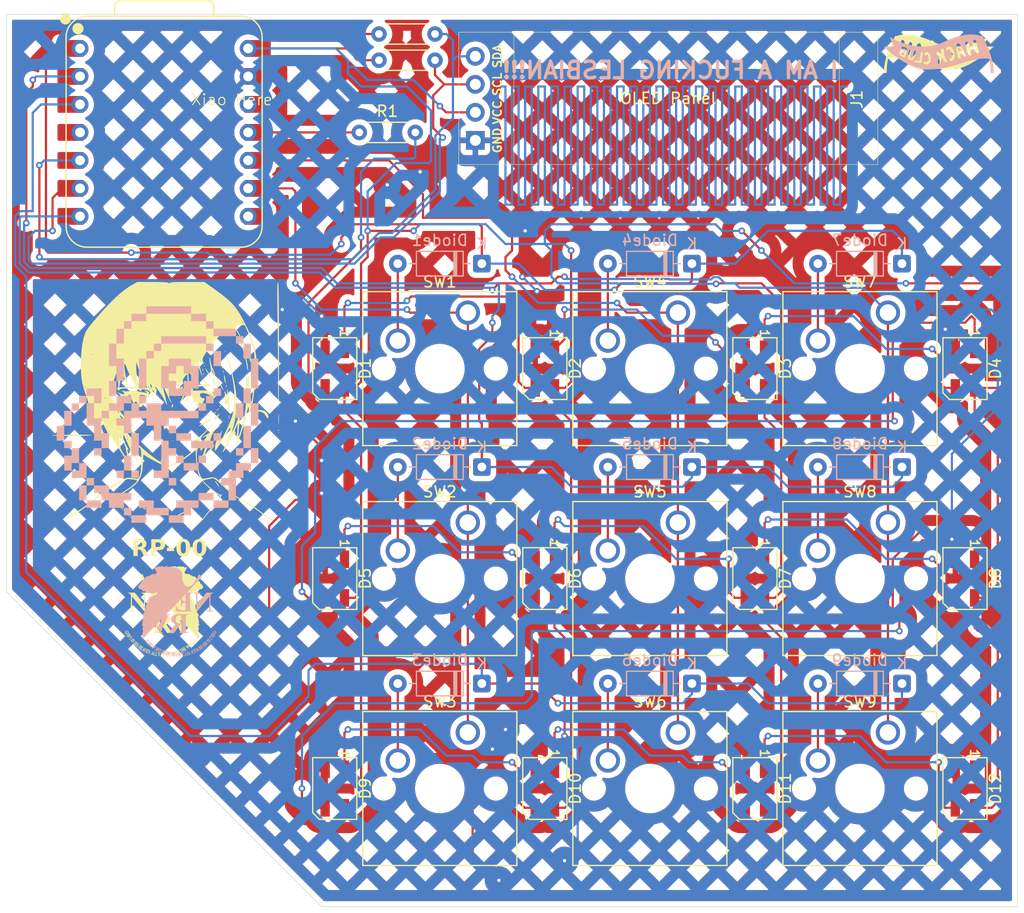
<source format=kicad_pcb>
(kicad_pcb (version 20241229) (generator "pcbnew") (generator_version "9.0")
  (layers (0 "F.Cu" signal) (2 "B.Cu" signal) (13 "F.Paste" user) (15 "B.Paste" user) (5 "F.SilkS" user "F.Silkscreen") (7 "B.SilkS" user "B.Silkscreen") (1 "F.Mask" user) (3 "B.Mask" user) (25 "Edge.Cuts" user))
  (net 0 "")
  (net 1 "LED5V1")
  (net 2 "Net-(D1-DOUT)")
  (net 3 "LEDData")
  (net 4 "Net-(D2-DOUT)")
  (net 5 "Row 0")
  (net 6 "Net-(Diode1-A)")
  (net 7 "Row 1")
  (net 8 "Net-(Diode2-A)")
  (net 9 "Row 2")
  (net 10 "Net-(Diode3-A)")
  (net 11 "Net-(Diode4-A)")
  (net 12 "Net-(Diode5-A)")
  (net 13 "Net-(Diode6-A)")
  (net 14 "Net-(Diode7-A)")
  (net 15 "Net-(Diode8-A)")
  (net 16 "Net-(Diode9-A)")
  (net 17 "Column 0")
  (net 18 "Column 1")
  (net 19 "Column 3")
  (net 23 "Net-(J1-Pin_4)")
  (net 24 "Net-(J1-Pin_3)")
  (net 25 "Net-(D3-DOUT)")
  (net 26 "Data1")
  (net 27 "Net-(D5-DOUT)")
  (net 28 "Net-(D6-DOUT)")
  (net 29 "Net-(D7-DOUT)")
  (net 30 "Data2")
  (net 31 "Net-(D10-DIN)")
  (net 32 "Net-(D10-DOUT)")
  (net 33 "Net-(D11-DOUT)")
  (net 35 "GND")
  (net 36 "Net-(U1-GPIO3{slash}MOSI)")
  (footprint "Resistor_THT:R_Axial_DIN0204_L3.6mm_D1.6mm_P5.08mm_Horizontal" (layer "F.Cu") (at 106.045 50.16515)
    (property "Reference" "R1")
    (property "Value" "300")
  )
  (footprint "LED_SMD:LED_SK6812MINI_PLCC4_3.5x3.5mm_P1.75mm" (layer "F.Cu") (at 141.922528 109.696306 -90)
    (property "Reference" "D11")
    (property "Value" "SK6812MINI")
  )
  (footprint "LED_SMD:LED_SK6812MINI_PLCC4_3.5x3.5mm_P1.75mm" (layer "F.Cu") (at 103.822496 109.696306 -90)
    (property "Reference" "D9")
    (property "Value" "SK6812MINI")
  )
  (footprint "Resistor_THT:R_Axial_DIN0204_L3.6mm_D1.6mm_P5.08mm_Horizontal" (layer "F.Cu") (at 112.9109 43.61655 180)
    (property "Reference" "R2" (hide yes))
    (property "Value" "4.7k")
  )
  (footprint "LED_SMD:LED_SK6812MINI_PLCC4_3.5x3.5mm_P1.75mm" (layer "F.Cu") (at 122.872512 109.696306 -90)
    (property "Reference" "D10")
    (property "Value" "SK6812MINI")
  )
  (footprint "Button_Switch_Keyboard:SW_Cherry_MX_1.00u_PCB" (layer "F.Cu") (at 134.938 104.61725)
    (property "Reference" "SW6")
    (property "Value" "SW_Push")
  )
  (footprint "Button_Switch_Keyboard:SW_Cherry_MX_1.00u_PCB" (layer "F.Cu") (at 134.938 66.51725)
    (property "Reference" "SW4")
    (property "Value" "SW_Push")
  )
  (footprint "Resistor_THT:R_Axial_DIN0204_L3.6mm_D1.6mm_P5.08mm_Horizontal" (layer "F.Cu") (at 112.9109 41.23535 180)
    (property "Reference" "R3" (hide yes))
    (property "Value" "4.7k")
  )
  (footprint "OPL:XIAO-RP2040-DIP" (layer "F.Cu") (at 88.3448 51.35545)
    (property "Reference" "U1" (hide yes))
    (property "Value" "XIAO-RP2040-DIP")
  )
  (footprint "LED_SMD:LED_SK6812MINI_PLCC4_3.5x3.5mm_P1.75mm" (layer "F.Cu") (at 122.872512 71.596274 -90)
    (property "Reference" "D2")
    (property "Value" "SK6812MINI")
  )
  (footprint "Button_Switch_Keyboard:SW_Cherry_MX_1.00u_PCB" (layer "F.Cu") (at 134.938 85.56725)
    (property "Reference" "SW5")
    (property "Value" "SW_Push")
  )
  (footprint "Button_Switch_Keyboard:SW_Cherry_MX_1.00u_PCB" (layer "F.Cu") (at 153.988 104.61725)
    (property "Reference" "SW9")
    (property "Value" "SW_Push")
  )
  (footprint "LED_SMD:LED_SK6812MINI_PLCC4_3.5x3.5mm_P1.75mm" (layer "F.Cu") (at 103.822496 90.64629 -90)
    (property "Reference" "D5")
    (property "Value" "SK6812MINI")
  )
  (footprint "LED_SMD:LED_SK6812MINI_PLCC4_3.5x3.5mm_P1.75mm" (layer "F.Cu") (at 160.972544 109.696306 -90)
    (property "Reference" "D12")
    (property "Value" "SK6812MINI")
  )
  (footprint "gorbachev:SSD1306-0.91-OLED-4pin-128x32" (layer "F.Cu") (at 153.0679 53.07335 180)
    (property "Reference" "J1")
    (property "Value" "SSD1306")
  )
  (footprint "LED_SMD:LED_SK6812MINI_PLCC4_3.5x3.5mm_P1.75mm" (layer "F.Cu") (at 141.922528 71.596274 -90)
    (property "Reference" "D3")
    (property "Value" "SK6812MINI")
  )
  (footprint "LED_SMD:LED_SK6812MINI_PLCC4_3.5x3.5mm_P1.75mm" (layer "F.Cu") (at 141.922528 90.64629 -90)
    (property "Reference" "D7")
    (property "Value" "SK6812MINI")
  )
  (footprint "Button_Switch_Keyboard:SW_Cherry_MX_1.00u_PCB" (layer "F.Cu") (at 115.888 85.56725)
    (property "Reference" "SW2")
    (property "Value" "SW_Push")
  )
  (footprint "Hackpad V1:a" (layer "F.Cu") (at 88.939671 74.572839)
    (property "Reference" "G***" (hide yes))
    (property "Value" "LOGO" (hide yes))
  )
  (footprint "Button_Switch_Keyboard:SW_Cherry_MX_1.00u_PCB" (layer "F.Cu") (at 153.988 85.56725)
    (property "Reference" "SW8")
    (property "Value" "SW_Push")
  )
  (footprint "Hackpad V1:e" (layer "F.Cu") (at 158.5923 43.02125)
    (property "Reference" "G***" (hide yes))
    (property "Value" "LOGO" (hide yes))
  )
  (footprint "Hackpad V1:c" (layer "F.Cu") (at 88.344358 93.622855)
    (property "Reference" "G***" (hide yes))
    (property "Value" "LOGO" (hide yes))
  )
  (footprint "Button_Switch_Keyboard:SW_Cherry_MX_1.00u_PCB" (layer "F.Cu") (at 115.888 104.61725)
    (property "Reference" "SW3")
    (property "Value" "SW_Push")
  )
  (footprint "Button_Switch_Keyboard:SW_Cherry_MX_1.00u_PCB" (layer "F.Cu") (at 115.888 66.51725)
    (property "Reference" "SW1")
    (property "Value" "SW_Push")
  )
  (footprint "Button_Switch_Keyboard:SW_Cherry_MX_1.00u_PCB" (layer "F.Cu") (at 153.988 66.51725)
    (property "Reference" "SW7")
    (property "Value" "SW_Push")
  )
  (footprint "LED_SMD:LED_SK6812MINI_PLCC4_3.5x3.5mm_P1.75mm" (layer "F.Cu") (at 160.972544 90.64629 -90)
    (property "Reference" "D8")
    (property "Value" "SK6812MINI")
  )
  (footprint "LED_SMD:LED_SK6812MINI_PLCC4_3.5x3.5mm_P1.75mm" (layer "F.Cu") (at 122.872512 90.64629 -90)
    (property "Reference" "D6")
    (property "Value" "SK6812MINI")
  )
  (footprint "LED_SMD:LED_SK6812MINI_PLCC4_3.5x3.5mm_P1.75mm" (layer "F.Cu") (at 103.822496 71.596274 -90)
    (property "Reference" "D1")
    (property "Value" "SK6812MINI")
  )
  (footprint "LED_SMD:LED_SK6812MINI_PLCC4_3.5x3.5mm_P1.75mm" (layer "F.Cu") (at 160.972544 71.596274 -90)
    (property "Reference" "D4")
    (property "Value" "SK6812MINI")
  )
  (footprint "Diode_THT:D_DO-35_SOD27_P7.62mm_Horizontal" (layer "B.Cu") (at 117.157984 100.171298 180)
    (property "Reference" "Diode3")
    (property "Value" "1N4148")
  )
  (footprint "Diode_THT:D_DO-35_SOD27_P7.62mm_Horizontal" (layer "B.Cu") (at 155.258016 100.171298 180)
    (property "Reference" "Diode9")
    (property "Value" "1N4148")
  )
  (footprint "Hackpad V1:e" (layer "B.Cu") (at 158.5923 43.02125 180)
    (property "Reference" "G***" (hide yes))
    (property "Value" "LOGO" (hide yes))
  )
  (footprint "Diode_THT:D_DO-35_SOD27_P7.62mm_Horizontal" (layer "B.Cu") (at 155.258016 80.525969 180)
    (property "Reference" "Diode8")
    (property "Value" "1N4148")
  )
  (footprint "Diode_THT:D_DO-35_SOD27_P7.62mm_Horizontal" (layer "B.Cu") (at 117.157504 62.071266 180)
    (property "Reference" "Diode1")
    (property "Value" "1N4148")
  )
  (footprint "Hackpad V1:c" (layer "B.Cu") (at 89.535008 93.622855 180)
    (property "Reference" "G***" (hide yes))
    (property "Value" "LOGO" (hide yes))
  )
  (footprint "Diode_THT:D_DO-35_SOD27_P7.62mm_Horizontal" (layer "B.Cu") (at 136.208 62.071266 180)
    (property "Reference" "Diode4")
    (property "Value" "1N4148")
  )
  (footprint "Diode_THT:D_DO-35_SOD27_P7.62mm_Horizontal" (layer "B.Cu") (at 117.157984 80.525969 180)
    (property "Reference" "Diode2")
    (property "Value" "1N4148")
  )
  (footprint "Diode_THT:D_DO-35_SOD27_P7.62mm_Horizontal" (layer "B.Cu") (at 136.208 80.525969 180)
    (property "Reference" "Diode5")
    (property "Value" "1N4148")
  )
  (footprint "Diode_THT:D_DO-35_SOD27_P7.62mm_Horizontal" (layer "B.Cu") (at 136.208 100.171298 180)
    (property "Reference" "Diode6")
    (property "Value" "1N4148")
  )
  (footprint "Hackpad V1:d" (layer "B.Cu") (at 87.749021 75.763489 180)
    (property "Reference" "G***" (hide yes))
    (property "Value" "LOGO" (hide yes))
  )
  (footprint "Diode_THT:D_DO-35_SOD27_P7.62mm_Horizontal" (layer "B.Cu") (at 155.258016 62.071266 180)
    (property "Reference" "Diode7")
    (property "Value" "1N4148")
  )
  (gr_line (start 74.05615 91.8379) (end 74.05615 39.4493) (stroke (width 0.05)) (layer "Edge.Cuts"))
  (gr_line (start 74.05615 39.4493) (end 165.7362 39.4493) (stroke (width 0.05)) (layer "Edge.Cuts"))
  (gr_line (start 165.7362 120.4135) (end 162.16425 120.4135) (stroke (width 0.05)) (layer "Edge.Cuts"))
  (gr_line (start 165.7362 39.4493) (end 165.7362 120.4135) (stroke (width 0.05)) (layer "Edge.Cuts"))
  (gr_line (start 162.16425 120.4135) (end 102.63175 120.4135) (stroke (width 0.05)) (layer "Edge.Cuts"))
  (gr_line (start 102.63175 120.4135) (end 74.05615 91.8379) (stroke (width 0.05)) (layer "Edge.Cuts"))
  (gr_text "Xiao Here" (at 90.72525 47.78385 0) (layer "F.SilkS") (effects (font (size 1 1) (thickness 0.1)) (justify left bottom)))
  (gr_text "RP-00" (at 85.367793 88.860351 0) (layer "F.SilkS") (effects (font (size 1.5 1.5) (thickness 0.3) (bold yes)) (justify left bottom)))
  (gr_text "I AM A FUCKING LESBIAN!!!" (at 149.661597 45.40255 0) (layer "B.SilkS") (effects (font (size 1.5 1.5) (thickness 0.3) (bold yes)) (justify left bottom mirror)))
  (segment (start 131.206894 56.713449) (end 131.206894 45.997815) (width 0.2) (layer "B.Cu") (net 0))
  (segment (start 122.277199 45.997815) (end 122.277199 56.713449) (width 0.2) (layer "B.Cu") (net 0))
  (segment (start 137.755337 45.997815) (end 137.755337 56.713449) (width 0.2) (layer "B.Cu") (net 0))
  (segment (start 119.300634 56.713449) (end 119.300634 45.997815) (width 0.2) (layer "B.Cu") (net 0))
  (segment (start 126.44439 56.713449) (end 126.44439 45.997815) (width 0.2) (layer "B.Cu") (net 0))
  (segment (start 141.327215 56.713449) (end 140.731902 56.713449) (width 0.2) (layer "B.Cu") (net 0))
  (segment (start 122.872512 45.997815) (end 122.277199 45.997815) (width 0.2) (layer "B.Cu") (net 0))
  (segment (start 124.063138 45.997815) (end 123.467825 45.997815) (width 0.2) (layer "B.Cu") (net 0))
  (segment (start 142.517841 56.713449) (end 141.922528 56.713449) (width 0.2) (layer "B.Cu") (net 0))
  (segment (start 135.374085 45.997815) (end 135.374085 56.713449) (width 0.2) (layer "B.Cu") (net 0))
  (segment (start 148.470971 56.713449) (end 147.875658 56.713449) (width 0.2) (layer "B.Cu") (net 0))
  (segment (start 132.992833 45.997815) (end 132.992833 56.713449) (width 0.2) (layer "B.Cu") (net 0))
  (segment (start 121.086573 45.997815) (end 121.086573 56.713449) (width 0.2) (layer "B.Cu") (net 0))
  (segment (start 143.708467 45.997815) (end 143.708467 56.713449) (width 0.2) (layer "B.Cu") (net 0))
  (segment (start 123.467825 45.997815) (end 123.467825 56.713449) (width 0.2) (layer "B.Cu") (net 0))
  (segment (start 140.731902 45.997815) (end 140.136589 45.997815) (width 0.2) (layer "B.Cu") (net 0))
  (segment (start 127.635016 56.713449) (end 127.635016 45.997815) (width 0.2) (layer "B.Cu") (net 0))
  (segment (start 136.564711 56.713449) (end 135.969398 56.713449) (width 0.2) (layer "B.Cu") (net 0))
  (segment (start 133.588146 45.997815) (end 132.992833 45.997815) (width 0.2) (layer "B.Cu") (net 0))
  (segment (start 127.635016 45.997815) (end 127.039703 45.997815) (width 0.2) (layer "B.Cu") (net 0))
  (segment (start 123.467825 56.713449) (end 122.872512 56.713449) (width 0.2) (layer "B.Cu") (net 0))
  (segment (start 120.49126 56.713449) (end 120.49126 45.997815) (width 0.2) (layer "B.Cu") (net 0))
  (segment (start 145.494406 45.997815) (end 144.899093 45.997815) (width 0.2) (layer "B.Cu") (net 0))
  (segment (start 127.039703 45.997815) (end 127.039703 56.713449) (width 0.2) (layer "B.Cu") (net 0))
  (segment (start 135.969398 45.997815) (end 135.374085 45.997815) (width 0.2) (layer "B.Cu") (net 0))
  (segment (start 149.066284 45.997815) (end 148.470971 45.997815) (width 0.2) (layer "B.Cu") (net 0))
  (segment (start 142.517841 45.997815) (end 142.517841 56.713449) (width 0.2) (layer "B.Cu") (net 0))
  (segment (start 143.113154 56.713449) (end 143.113154 45.997815) (width 0.2) (layer "B.Cu") (net 0))
  (segment (start 141.327215 45.997815) (end 141.327215 56.713449) (width 0.2) (layer "B.Cu") (net 0))
  (segment (start 132.39752 45.997815) (end 131.802207 45.997815) (width 0.2) (layer "B.Cu") (net 0))
  (segment (start 129.420955 45.997815) (end 129.420955 56.713449) (width 0.2) (layer "B.Cu") (net 0))
  (segment (start 144.899093 56.713449) (end 144.30378 56.713449) (width 0.2) (layer "B.Cu") (net 0))
  (segment (start 135.374085 56.713449) (end 134.778772 56.713449) (width 0.2) (layer "B.Cu") (net 0))
  (segment (start 138.35065 45.997815) (end 137.755337 45.997815) (width 0.2) (layer "B.Cu") (net 0))
  (segment (start 125.849077 56.713449) (end 125.253764 56.713449) (width 0.2) (layer "B.Cu") (net 0))
  (segment (start 141.922528 45.997815) (end 141.327215 45.997815) (width 0.2) (layer "B.Cu") (net 0))
  (segment (start 129.420955 56.713449) (end 128.825642 56.713449) (width 0.2) (layer "B.Cu") (net 0))
  (segment (start 148.470971 45.997815) (end 148.470971 56.713449) (width 0.2) (layer "B.Cu") (net 0))
  (segment (start 134.183459 56.713449) (end 133.588146 56.713449) (width 0.2) (layer "B.Cu") (net 0))
  (segment (start 120.49126 45.997815) (end 119.895947 45.997815) (width 0.2) (layer "B.Cu") (net 0))
  (segment (start 139.541276 45.997815) (end 138.945963 45.997815) (width 0.2) (layer "B.Cu") (net 0))
  (segment (start 147.875658 45.997815) (end 147.280345 45.997815) (width 0.2) (layer "B.Cu") (net 0))
  (segment (start 134.778772 56.713449) (end 134.778772 45.997815) (width 0.2) (layer "B.Cu") (net 0))
  (segment (start 121.086573 56.713449) (end 120.49126 56.713449) (width 0.2) (layer "B.Cu") (net 0))
  (segment (start 124.658451 45.997815) (end 124.658451 56.713449) (width 0.2) (layer "B.Cu") (net 0))
  (segment (start 119.895947 45.997815) (end 119.895947 56.713449) (width 0.2) (layer "B.Cu") (net 0))
  (segment (start 141.922528 56.713449) (end 141.922528 45.997815) (width 0.2) (layer "B.Cu") (net 0))
  (segment (start 143.113154 45.997815) (end 142.517841 45.997815) (width 0.2) (layer "B.Cu") (net 0))
  (segment (start 128.825642 45.997815) (end 128.230329 45.997815) (width 0.2) (layer "B.Cu") (net 0))
  (segment (start 127.039703 56.713449) (end 126.44439 56.713449) (width 0.2) (layer "B.Cu") (net 0))
  (segment (start 130.016268 45.997815) (end 129.420955 45.997815) (width 0.2) (layer "B.Cu") (net 0))
  (segment (start 132.39752 56.713449) (end 132.39752 45.997815) (width 0.2) (layer "B.Cu") (net 0))
  (segment (start 139.541276 56.713449) (end 139.541276 45.997815) (width 0.2) (layer "B.Cu") (net 0))
  (segment (start 131.802207 56.713449) (end 131.206894 56.713449) (width 0.2) (layer "B.Cu") (net 0))
  (segment (start 134.183459 45.997815) (end 134.183459 56.713449) (width 0.2) (layer "B.Cu") (net 0))
  (segment (start 147.875658 56.713449) (end 147.875658 45.997815) (width 0.2) (layer "B.Cu") (net 0))
  (segment (start 137.160024 45.997815) (end 136.564711 45.997815) (width 0.2) (layer "B.Cu") (net 0))
  (segment (start 146.685032 56.713449) (end 146.685032 45.997815) (width 0.2) (layer "B.Cu") (net 0))
  (segment (start 122.872512 56.713449) (end 122.872512 45.997815) (width 0.2) (layer "B.Cu") (net 0))
  (segment (start 130.016268 56.713449) (end 130.016268 45.997815) (width 0.2) (layer "B.Cu") (net 0))
  (segment (start 128.825642 56.713449) (end 128.825642 45.997815) (width 0.2) (layer "B.Cu") (net 0))
  (segment (start 124.658451 56.713449) (end 124.063138 56.713449) (width 0.2) (layer "B.Cu") (net 0))
  (segment (start 122.277199 56.713449) (end 121.681886 56.713449) (width 0.2) (layer "B.Cu") (net 0))
  (segment (start 125.253764 56.713449) (end 125.253764 45.997815) (width 0.2) (layer "B.Cu") (net 0))
  (segment (start 128.230329 45.997815) (end 128.230329 56.713449) (width 0.2) (layer "B.Cu") (net 0))
  (segment (start 149.066284 56.713449) (end 149.066284 45.997815) (width 0.2) (layer "B.Cu") (net 0))
  (segment (start 126.44439 45.997815) (end 125.849077 45.997815) (width 0.2) (layer "B.Cu") (net 0))
  (segment (start 124.063138 56.713449) (end 124.063138 45.997815) (width 0.2) (layer "B.Cu") (net 0))
  (segment (start 138.945963 45.997815) (end 138.945963 56.713449) (width 0.2) (layer "B.Cu") (net 0))
  (segment (start 147.280345 56.713449) (end 146.685032 56.713449) (width 0.2) (layer "B.Cu") (net 0))
  (segment (start 140.136589 45.997815) (end 140.136589 56.713449) (width 0.2) (layer "B.Cu") (net 0))
  (segment (start 121.681886 45.997815) (end 121.086573 45.997815) (width 0.2) (layer "B.Cu") (net 0))
  (segment (start 128.230329 56.713449) (end 127.635016 56.713449) (width 0.2) (layer "B.Cu") (net 0))
  (segment (start 131.802207 45.997815) (end 131.802207 56.713449) (width 0.2) (layer "B.Cu") (net 0))
  (segment (start 130.611581 45.997815) (end 130.611581 56.713449) (width 0.2) (layer "B.Cu") (net 0))
  (segment (start 144.30378 56.713449) (end 144.30378 45.997815) (width 0.2) (layer "B.Cu") (net 0))
  (segment (start 121.681886 56.713449) (end 121.681886 45.997815) (width 0.2) (layer "B.Cu") (net 0))
  (segment (start 149.661597 56.713449) (end 149.066284 56.713449) (width 0.2) (layer "B.Cu") (net 0))
  (segment (start 133.588146 56.713449) (end 133.588146 45.997815) (width 0.2) (layer "B.Cu") (net 0))
  (segment (start 125.849077 45.997815) (end 125.849077 56.713449) (width 0.2) (layer "B.Cu") (net 0))
  (segment (start 144.899093 45.997815) (end 144.899093 56.713449) (width 0.2) (layer "B.Cu") (net 0))
  (segment (start 146.089719 45.997815) (end 146.089719 56.713449) (width 0.2) (layer "B.Cu") (net 0))
  (segment (start 131.206894 45.997815) (end 130.611581 45.997815) (width 0.2) (layer "B.Cu") (net 0))
  (segment (start 130.611581 56.713449) (end 130.016268 56.713449) (width 0.2) (layer "B.Cu") (net 0))
  (segment (start 132.992833 56.713449) (end 132.39752 56.713449) (width 0.2) (layer "B.Cu") (net 0))
  (segment (start 146.685032 45.997815) (end 146.089719 45.997815) (width 0.2) (layer "B.Cu") (net 0))
  (segment (start 119.300634 45.997815) (end 118.705321 45.997815) (width 0.2) (layer "B.Cu") (net 0))
  (segment (start 149.661597 45.997815) (end 149.661597 56.713449) (width 0.2) (layer "B.Cu") (net 0))
  (segment (start 138.35065 56.713449) (end 138.35065 45.997815) (width 0.2) (layer "B.Cu") (net 0))
  (segment (start 143.708467 56.713449) (end 143.113154 56.713449) (width 0.2) (layer "B.Cu") (net 0))
  (segment (start 145.494406 56.713449) (end 145.494406 45.997815) (width 0.2) (layer "B.Cu") (net 0))
  (segment (start 140.731902 56.713449) (end 140.731902 45.997815) (width 0.2) (layer "B.Cu") (net 0))
  (segment (start 134.778772 45.997815) (end 134.183459 45.997815) (width 0.2) (layer "B.Cu") (net 0))
  (segment (start 135.969398 56.713449) (end 135.969398 45.997815) (width 0.2) (layer "B.Cu") (net 0))
  (segment (start 137.755337 56.713449) (end 137.160024 56.713449) (width 0.2) (layer "B.Cu") (net 0))
  (segment (start 137.160024 56.713449) (end 137.160024 45.997815) (width 0.2) (layer "B.Cu") (net 0))
  (segment (start 144.30378 45.997815) (end 143.708467 45.997815) (width 0.2) (layer "B.Cu") (net 0))
  (segment (start 125.253764 45.997815) (end 124.658451 45.997815) (width 0.2) (layer "B.Cu") (net 0))
  (segment (start 147.280345 45.997815) (end 147.280345 56.713449) (width 0.2) (layer "B.Cu") (net 0))
  (segment (start 138.945963 56.713449) (end 138.35065 56.713449) (width 0.2) (layer "B.Cu") (net 0))
  (segment (start 136.564711 45.997815) (end 136.564711 56.713449) (width 0.2) (layer "B.Cu") (net 0))
  (segment (start 146.089719 56.713449) (end 145.494406 56.713449) (width 0.2) (layer "B.Cu") (net 0))
  (segment (start 149.661597 45.997815) (end 150.25691 45.997815) (width 0.2) (layer "B.Cu") (net 0))
  (segment (start 119.895947 56.713449) (end 119.300634 56.713449) (width 0.2) (layer "B.Cu") (net 0))
  (segment (start 140.136589 56.713449) (end 139.541276 56.713449) (width 0.2) (layer "B.Cu") (net 0))
  (segment (start 101.91685 42.54485) (end 96.5601 42.54485) (width 0.2) (layer "F.Cu") (net 1))
  (segment (start 143.744406 92.39629) (end 142.797528 92.39629) (width 0.2) (layer "F.Cu") (net 1))
  (segment (start 105.644374 92.39629) (end 104.697496 92.39629) (width 0.2) (layer "F.Cu") (net 1))
  (segment (start 165.1352 72.7869) (end 165.1352 64.452518) (width 0.2) (layer "F.Cu") (net 1))
  (segment (start 124.69439 73.346274) (end 125.253764 72.7869) (width 0.2) (layer "F.Cu") (net 1))
  (segment (start 162.16317 95.408794) (end 162.758483 95.408794) (width 0.2) (layer "F.Cu") (net 1))
  (segment (start 95.9648 42.54485) (end 96.7998 42.54485) (width 0.2) (layer "F.Cu") (net 1))
  (segment (start 142.797528 73.346274) (end 143.744406 73.346274) (width 0.2) (layer "F.Cu") (net 1))
  (segment (start 142.797528 92.39629) (end 142.797528 94.497855) (width 0.2) (layer "F.Cu") (net 1))
  (segment (start 142.797528 73.346274) (end 142.797528 76.043152) (width 0.2) (layer "F.Cu") (net 1))
  (segment (start 163.949109 78.144717) (end 163.949109 91.836916) (width 0.2) (layer "F.Cu") (net 1))
  (segment (start 138.35065 63.857205) (end 138.398612 63.905167) (width 0.2) (layer "F.Cu") (net 1))
  (segment (start 106.804748 61.470266) (end 106.804748 59.100388) (width 0.2) (layer "F.Cu") (net 1))
  (segment (start 101.9172 42.5452) (end 101.91685 42.54485) (width 0.2) (layer "F.Cu") (net 1))
  (segment (start 106.203748 72.7869) (end 106.203748 72.191587) (width 0.2) (layer "F.Cu") (net 1))
  (segment (start 116.5679 48.34335) (end 113.9118 48.34335) (width 0.2) (layer "F.Cu") (net 1))
  (segment (start 107.8309 43.61655) (end 105.9653 43.61655) (width 0.2) (layer "F.Cu") (net 1))
  (segment (start 110.966252 59.099388) (end 106.803748 59.099388) (width 0.2) (layer "F.Cu") (net 1))
  (segment (start 144.30378 96.004107) (end 144.30378 110.886932) (width 0.2) (layer "F.Cu") (net 1))
  (segment (start 123.747512 74.852526) (end 125.253764 76.358778) (width 0.2) (layer "F.Cu") (net 1))
  (segment (start 104.89395 42.5452) (end 101.9172 42.5452) (width 0.2) (layer "F.Cu") (net 1))
  (segment (start 143.744406 111.446306) (end 142.797528 111.446306) (width 0.2) (layer "F.Cu") (net 1))
  (segment (start 144.30378 65.643144) (end 142.517841 63.857205) (width 0.2) (layer "F.Cu") (net 1))
  (segment (start 163.389735 92.39629) (end 161.847544 92.39629) (width 0.2) (layer "F.Cu") (net 1))
  (segment (start 104.697496 92.39629) (end 104.697496 94.497855) (width 0.2) (layer "F.Cu") (net 1))
  (segment (start 106.799061 61.475953) (end 106.804748 61.470266) (width 0.2) (layer "F.Cu") (net 1))
  (segment (start 144.30378 110.886932) (end 143.744406 111.446306) (width 0.2) (layer "F.Cu") (net 1))
  (segment (start 125.253764 61.475953) (end 125.253764 60.88064) (width 0.2) (layer "F.Cu") (net 1))
  (segment (start 105.608435 73.382213) (end 106.203748 72.7869) (width 0.2) (layer "F.Cu") (net 1))
  (segment (start 163.389735 111.446306) (end 161.847544 111.446306) (width 0.2) (layer "F.Cu") (net 1))
  (segment (start 161.847544 76.043152) (end 163.949109 78.144717) (width 0.2) (layer "F.Cu") (net 1))
  (segment (start 163.949109 96.59942) (end 163.949109 110.886932) (width 0.2) (layer "F.Cu") (net 1))
  (segment (start 106.203748 91.836916) (end 105.644374 92.39629) (width 0.2) (layer "F.Cu") (net 1))
  (segment (start 164.544422 63.86174) (end 164.544422 63.857205) (width 0.2) (layer "F.Cu") (net 1))
  (segment (start 124.69439 92.39629) (end 123.747512 92.39629) (width 0.2) (layer "F.Cu") (net 1))
  (segment (start 163.949109 91.836916) (end 163.389735 92.39629) (width 0.2) (layer "F.Cu") (net 1))
  (segment (start 161.847544 73.346274) (end 164.575826 73.346274) (width 0.2) (layer "F.Cu") (net 1))
  (segment (start 106.203748 72.191587) (end 106.203748 65.643144) (width 0.2) (layer "F.Cu") (net 1))
  (segment (start 161.847544 92.39629) (end 161.847544 95.093168) (width 0.2) (layer "F.Cu") (net 1))
  (segment (start 142.517841 63.857205) (end 138.35065 63.857205) (width 0.2) (layer "F.Cu") (net 1))
  (segment (start 106.203748 76.954091) (end 106.203748 91.836916) (width 0.2) (layer "F.Cu") (net 1))
  (segment (start 104.697496 73.346274) (end 105.572496 73.346274) (width 0.2) (layer "F.Cu") (net 1))
  (segment (start 104.697496 94.497855) (end 106.203748 96.004107) (width 0.2) (layer "F.Cu") (net 1))
  (segment (start 106.2038 41.23535) (end 104.89395 42.5452) (width 0.2) (layer "F.Cu") (net 1))
  (segment (start 105.644374 111.446306) (end 104.697496 111.446306) (width 0.2) (layer "F.Cu") (net 1))
  (segment (start 125.253764 76.358778) (end 125.253764 91.836916) (width 0.2) (layer "F.Cu") (net 1))
  (segment (start 161.847544 73.346274) (end 161.847544 76.043152) (width 0.2) (layer "F.Cu") (net 1))
  (segment (start 164.544422 63.857205) (end 155.614727 63.857205) (width 0.2) (layer "F.Cu") (net 1))
  (segment (start 165.1352 64.452518) (end 164.544422 63.86174) (width 0.2) (layer "F.Cu") (net 1))
  (segment (start 144.30378 77.549404) (end 144.30378 91.836916) (width 0.2) (layer "F.Cu") (net 1))
  (segment (start 105.9653 43.61655) (end 104.89395 42.5452) (width 0.2) (layer "F.Cu") (net 1))
  (segment (start 106.203748 96.004107) (end 106.203748 110.886932) (width 0.2) (layer "F.Cu") (net 1))
  (segment (start 125.253764 72.7869) (end 125.253764 69.810335) (width 0.2) (layer "F.Cu") (net 1))
  (segment (start 107.8309 41.23535) (end 106.2038 41.23535) (width 0.2) (layer "F.Cu") (net 1))
  (segment (start 123.747512 73.346274) (end 123.747512 74.852526) (width 0.2) (layer "F.Cu") (net 1))
  (segment (start 123.747512 73.346274) (end 124.69439 73.346274) (width 0.2) (layer "F.Cu") (net 1))
  (segment (start 125.253764 69.810335) (end 125.253764 61.475953) (width 0.2) (layer "F.Cu") (net 1))
  (segment (start 144.30378 72.7869) (end 144.30378 65.643144) (width 0.2) (layer "F.Cu") (net 1))
  (segment (start 123.747512 92.39629) (end 123.747512 95.093168) (width 0.2) (layer "F.Cu") (net 1))
  (segment (start 125.253764 91.836916) (end 124.69439 92.39629) (width 0.2) (layer "F.Cu") (net 1))
  (segment (start 164.575826 73.346274) (end 165.1352 72.7869) (width 0.2) (layer "F.Cu") (net 1))
  (segment (start 105.572496 73.346274) (end 105.608435 73.382213) (width 0.2) (layer "F.Cu") (net 1))
  (segment (start 104.697496 73.346274) (end 104.697496 75.447839) (width 0.2) (layer "F.Cu") (net 1))
  (segment (start 144.30378 91.836916) (end 143.744406 92.39629) (width 0.2) (layer "F.Cu") (net 1))
  (segment (start 142.517841 60.88064) (end 140.736589 59.099388) (width 0.2) (layer "F.Cu") (net 1))
  (segment (start 142.797528 94.497855) (end 144.30378 96.004107) (width 0.2) (layer "F.Cu") (net 1))
  (segment (start 113.9118 48.34335) (end 113.3521 47.78365) (width 0.2) (layer "F.Cu") (net 1))
  (segment (start 125.253764 96.59942) (end 125.253764 110.886932) (width 0.2) (layer "F.Cu") (net 1))
  (segment (start 163.949109 110.886932) (end 163.389735 111.446306) (width 0.2) (layer "F.Cu") (net 1))
  (segment (start 125.253764 110.886932) (end 124.69439 111.446306) (width 0.2) (layer "F.Cu") (net 1))
  (segment (start 143.744406 73.346274) (end 144.30378 72.7869) (width 0.2) (layer "F.Cu") (net 1))
  (segment (start 104.697496 75.447839) (end 106.203748 76.954091) (width 0.2) (layer "F.Cu") (net 1))
  (segment (start 124.69439 111.446306) (end 123.747512 111.446306) (width 0.2) (layer "F.Cu") (net 1))
  (segment (start 142.797528 76.043152) (end 144.30378 77.549404) (width 0.2) (layer "F.Cu") (net 1))
  (segment (start 106.203748 65.643144) (end 106.203748 62.071266) (width 0.2) (layer "F.Cu") (net 1))
  (segment (start 161.847544 95.093168) (end 162.16317 95.408794) (width 0.2) (layer "F.Cu") (net 1))
  (segment (start 162.758483 95.408794) (end 163.949109 96.59942) (width 0.2) (layer "F.Cu") (net 1))
  (segment (start 123.747512 95.093168) (end 125.253764 96.59942) (width 0.2) (layer "F.Cu") (net 1))
  (segment (start 106.804748 59.100388) (end 106.803748 59.099388) (width 0.2) (layer "F.Cu") (net 1))
  (segment (start 106.203748 110.886932) (end 105.644374 111.446306) (width 0.2) (layer "F.Cu") (net 1))
  (segment (start 106.203748 62.071266) (end 106.799061 61.475953) (width 0.2) (layer "F.Cu") (net 1))
  (segment (start 140.736589 59.099388) (end 140.731902 59.099388) (width 0.2) (layer "F.Cu") (net 1))
  (via (at 110.966252 59.099388) (size 0.6) (drill 0.3) (layers "F.Cu" "B.Cu") (net 1))
  (via (at 142.517841 60.88064) (size 0.6) (drill 0.3) (layers "F.Cu" "B.Cu") (net 1))
  (via (at 125.253764 60.88064) (size 0.6) (drill 0.3) (layers "F.Cu" "B.Cu") (net 1))
  (via (at 140.731902 59.099388) (size 0.6) (drill 0.3) (layers "F.Cu" "B.Cu") (net 1))
  (via (at 106.803748 59.099388) (size 0.6) (drill 0.3) (layers "F.Cu" "B.Cu") (net 1))
  (via (at 113.3521 47.78365) (size 0.6) (drill 0.3) (layers "F.Cu" "B.Cu") (net 1))
  (via (at 155.614727 63.857205) (size 0.6) (drill 0.3) (layers "F.Cu" "B.Cu") (net 1))
  (via (at 138.398612 63.905167) (size 0.6) (drill 0.3) (layers "F.Cu" "B.Cu") (net 1))
  (segment (start 103.94185 42.5452) (end 101.9172 42.5452) (width 0.2) (layer "B.Cu") (net 1))
  (segment (start 122.872512 60.285327) (end 119.300634 60.285327) (width 0.2) (layer "B.Cu") (net 1))
  (segment (start 112.545504 52.752646) (end 112.545504 48.172354) (width 0.2) (layer "B.Cu") (net 1))
  (segment (start 123.467825 60.88064) (end 122.872512 60.285327) (width 0.2) (layer "B.Cu") (net 1))
  (segment (start 124.063138 63.857205) (end 123.467825 63.261892) (width 0.2) (layer "B.Cu") (net 1))
  (segment (start 109.3742 52.94745) (end 112.3507 52.94745) (width 0.2) (layer "B.Cu") (net 1))
  (segment (start 113.3474 47.78365) (end 110.9662 45.40245) (width 0.2) (layer "B.Cu") (net 1))
  (segment (start 106.803748 55.517902) (end 109.3742 52.94745) (width 0.2) (layer "B.Cu") (net 1))
  (segment (start 106.7991 45.40245) (end 105.6085 44.21185) (width 0.2) (layer "B.Cu") (net 1))
  (segment (start 111.566252 58.499388) (end 111.564045 58.501595) (width 0.2) (layer "B.Cu") (net 1))
  (segment (start 112.3507 52.94745) (end 112.545504 52.752646) (width 0.2) (layer "B.Cu") (net 1))
  (segment (start 125.253764 60.88064) (end 124.658451 60.285327) (width 0.2) (layer "B.Cu") (net 1))
  (segment (start 112.545504 48.172354) (end 110.3709 45.99775) (width 0.2) (layer "B.Cu") (net 1))
  (segment (start 105.6085 44.21185) (end 105.0132 44.21185) (width 0.2) (layer "B.Cu") (net 1))
  (segment (start 106.2038 45.99775) (end 105.0132 44.80715) (width 0.2) (layer "B.Cu") (net 1))
  (segment (start 119.300634 60.285327) (end 117.514695 58.499388) (width 0.2) (layer "B.Cu") (net 1))
  (segment (start 105.0132 43.61655) (end 103.94185 42.5452) (width 0.2) (layer "B.Cu") (net 1))
  (segment (start 138.95065 59.099388) (end 138.35065 58.499388) (width 0.2) (layer "B.Cu") (net 1))
  (segment (start 106.803748 59.099388) (end 106.803748 55.517902) (width 0.2) (layer "B.Cu") (net 1))
  (segment (start 124.658451 60.285327) (end 122.872512 60.285327) (width 0.2) (layer "B.Cu") (net 1))
  (segment (start 145.494406 63.857205) (end 142.517841 60.88064) (width 0.2) (layer "B.Cu") (net 1))
  (segment (start 112.154255 58.501595) (end 111.564045 58.501595) (width 0.2) (layer "B.Cu") (net 1))
  (segment (start 101.9172 42.5452) (end 101.91685 42.54485) (width 0.2) (layer "B.Cu") (net 1))
  (segment (start 117.514695 58.499388) (end 111.566252 58.499388) (width 0.2) (layer "B.Cu") (net 1))
  (segment (start 110.3709 45.99775) (end 106.2038 45.99775) (width 0.2) (layer "B.Cu") (net 1))
  (segment (start 105.0132 44.21185) (end 105.0132 43.61655) (width 0.2) (layer "B.Cu") (net 1))
  (segment (start 105.0132 44.80715) (end 105.0132 44.21185) (width 0.2) (layer "B.Cu") (net 1))
  (segment (start 155.614727 63.857205) (end 146.089719 63.857205) (width 0.2) (layer "B.Cu") (net 1))
  (segment (start 106.803748 59.099388) (end 106.799061 59.094701) (width 0.2) (layer "B.Cu") (net 1))
  (segment (start 122.872512 59.094701) (end 122.872512 60.285327) (width 0.2) (layer "B.Cu") (net 1))
  (segment (start 138.35065 58.499388) (end 123.467825 58.499388) (width 0.2) (layer "B.Cu") (net 1))
  (segment (start 123.467825 58.499388) (end 122.872512 59.094701) (width 0.2) (layer "B.Cu") (net 1))
  (segment (start 101.91685 42.54485) (end 96.5601 42.54485) (width 0.2) (layer "B.Cu") (net 1))
  (segment (start 146.089719 63.857205) (end 145.494406 63.857205) (width 0.2) (layer "B.Cu") (net 1))
  (segment (start 138.398612 63.905167) (end 129.468917 63.905167) (width 0.2) (layer "B.Cu") (net 1))
  (segment (start 110.9662 45.40245) (end 106.7991 45.40245) (width 0.2) (layer "B.Cu") (net 1))
  (segment (start 113.3521 47.78365) (end 113.3474 47.78365) (width 0.2) (layer "B.Cu") (net 1))
  (segment (start 129.468917 63.905167) (end 129.420955 63.857205) (width 0.2) (layer "B.Cu") (net 1))
  (segment (start 129.420955 63.857205) (end 124.063138 63.857205) (width 0.2) (layer "B.Cu") (net 1))
  (segment (start 140.731902 59.099388) (end 138.95065 59.099388) (width 0.2) (layer "B.Cu") (net 1))
  (segment (start 123.467825 63.261892) (end 123.467825 60.88064) (width 0.2) (layer "B.Cu") (net 1))
  (segment (start 111.564045 58.501595) (end 110.966252 59.099388) (width 0.2) (layer "B.Cu") (net 1))
  (segment (start 120.49126 67.429083) (end 120.49126 66.238457) (width 0.2) (layer "F.Cu") (net 2))
  (segment (start 112.156878 65.047831) (end 110.761562 65.047831) (width 0.2) (layer "F.Cu") (net 2))
  (segment (start 110.761562 65.047831) (end 110.370939 65.438454) (width 0.2) (layer "F.Cu") (net 2))
  (segment (start 104.697496 65.954083) (end 104.697496 69.846274) (width 0.2) (layer "F.Cu") (net 2))
  (segment (start 112.167252 65.058205) (end 112.156878 65.047831) (width 0.2) (layer "F.Cu") (net 2))
  (segment (start 121.050634 73.346274) (end 120.49126 72.7869) (width 0.2) (layer "F.Cu") (net 2))
  (segment (start 120.49126 72.7869) (end 120.49126 67.429083) (width 0.2) (layer "F.Cu") (net 2))
  (segment (start 119.885573 65.058205) (end 112.167252 65.058205) (width 0.2) (layer "F.Cu") (net 2))
  (segment (start 120.49126 65.643144) (end 119.895947 65.047831) (width 0.2) (layer "F.Cu") (net 2))
  (segment (start 121.997512 73.346274) (end 121.050634 73.346274) (width 0.2) (layer "F.Cu") (net 2))
  (segment (start 105.013122 65.638457) (end 104.697496 65.954083) (width 0.2) (layer "F.Cu") (net 2))
  (segment (start 120.49126 66.238457) (end 120.49126 65.643144) (width 0.2) (layer "F.Cu") (net 2))
  (segment (start 119.895947 65.047831) (end 119.885573 65.058205) (width 0.2) (layer "F.Cu") (net 2))
  (via (at 105.013122 65.638457) (size 0.6) (drill 0.3) (layers "F.Cu" "B.Cu") (net 2))
  (via (at 110.370939 65.438454) (size 0.6) (drill 0.3) (layers "F.Cu" "B.Cu") (net 2))
  (segment (start 110.166249 65.643144) (end 105.017809 65.643144) (width 0.2) (layer "B.Cu") (net 2))
  (segment (start 110.370939 65.438454) (end 110.166249 65.643144) (width 0.2) (layer "B.Cu") (net 2))
  (segment (start 105.017809 65.643144) (end 105.013122 65.638457) (width 0.2) (layer "B.Cu") (net 2))
  (segment (start 102.947496 73.346274) (end 102.072496 73.346274) (width 0.2) (layer "F.Cu") (net 3))
  (segment (start 106.203748 60.88064) (end 106.203748 59.690014) (width 0.2) (layer "F.Cu") (net 3))
  (segment (start 102.036557 73.382213) (end 101.441244 72.7869) (width 0.2) (layer "F.Cu") (net 3))
  (segment (start 101.441244 65.643144) (end 106.203748 60.88064) (width 0.2) (layer "F.Cu") (net 3))
  (segment (start 101.441244 72.7869) (end 101.441244 65.643144) (width 0.2) (layer "F.Cu") (net 3))
  (segment (start 102.072496 73.346274) (end 102.036557 73.382213) (width 0.2) (layer "F.Cu") (net 3))
  (via (at 106.203748 59.690014) (size 0.6) (drill 0.3) (layers "F.Cu" "B.Cu") (net 3))
  (segment (start 111.125 52.38775) (end 111.125 50.16515) (width 0.2) (layer "B.Cu") (net 3))
  (segment (start 106.2037 59.689966) (end 106.2037 53.7371) (width 0.2) (layer "B.Cu") (net 3))
  (segment (start 106.203748 59.690014) (end 106.2037 59.689966) (width 0.2) (layer "B.Cu") (net 3))
  (segment (start 107.39435 52.54645) (end 110.9663 52.54645) (width 0.2) (layer "B.Cu") (net 3))
  (segment (start 110.9663 52.54645) (end 111.125 52.38775) (width 0.2) (layer "B.Cu") (net 3))
  (segment (start 106.2037 53.7371) (end 107.39435 52.54645) (width 0.2) (layer "B.Cu") (net 3))
  (segment (start 138.35065 69.215022) (end 139.541276 70.405648) (width 0.2) (layer "F.Cu") (net 4))
  (segment (start 139.541276 70.405648) (end 139.541276 72.7869) (width 0.2) (layer "F.Cu") (net 4))
  (segment (start 139.541276 72.7869) (end 140.10065 73.346274) (width 0.2) (layer "F.Cu") (net 4))
  (segment (start 124.653764 68.940022) (end 124.653764 66.238457) (width 0.2) (layer "F.Cu") (net 4))
  (segment (start 123.747512 69.846274) (end 124.653764 68.940022) (width 0.2) (layer "F.Cu") (net 4))
  (segment (start 140.10065 73.346274) (end 141.047528 73.346274) (width 0.2) (layer "F.Cu") (net 4))
  (via (at 124.653764 66.238457) (size 0.6) (drill 0.3) (layers "F.Cu" "B.Cu") (net 4))
  (via (at 138.35065 69.215022) (size 0.6) (drill 0.3) (layers "F.Cu" "B.Cu") (net 4))
  (segment (start 131.206894 66.238457) (end 133.588146 68.619709) (width 0.2) (layer "B.Cu") (net 4))
  (segment (start 124.653764 66.238457) (end 131.206894 66.238457) (width 0.2) (layer "B.Cu") (net 4))
  (segment (start 133.588146 68.619709) (end 137.755337 68.619709) (width 0.2) (layer "B.Cu") (net 4))
  (segment (start 137.755337 68.619709) (end 138.35065 69.215022) (width 0.2) (layer "B.Cu") (net 4))
  (segment (start 117.157504 58.73751) (end 116.919382 58.499388) (width 0.2) (layer "F.Cu") (net 5))
  (segment (start 105.608435 58.499388) (end 104.417809 59.690014) (width 0.2) (layer "F.Cu") (net 5))
  (segment (start 77.6294 44.21185) (end 79.2964 42.54485) (width 0.2) (layer "F.Cu") (net 5))
  (segment (start 136.208 62.071266) (end 136.208 63.618603) (width 0.2) (layer "F.Cu") (net 5))
  (segment (start 77.6294 60.88025) (end 77.6294 44.21185) (width 0.2) (layer "F.Cu") (net 5))
  (segment (start 135.969398 63.857205) (end 129.788 63.857205) (width 0.2) (layer "F.Cu") (net 5))
  (segment (start 136.208 63.618603) (end 135.969398 63.857205) (width 0.2) (layer "F.Cu") (net 5))
  (segment (start 116.919382 58.499388) (end 105.608435 58.499388) (width 0.2) (layer "F.Cu") (net 5))
  (segment (start 104.417809 59.690014) (end 104.417809 60.285327) (width 0.2) (layer "F.Cu") (net 5))
  (segment (start 77.819416 61.070266) (end 77.6294 60.88025) (width 0.2) (layer "F.Cu") (net 5))
  (segment (start 117.157504 62.071266) (end 117.157504 58.73751) (width 0.2) (layer "F.Cu") (net 5))
  (segment (start 85.367793 61.070266) (end 77.819416 61.070266) (width 0.2) (layer "F.Cu") (net 5))
  (segment (start 129.788 63.857205) (end 129.188 64.457205) (width 0.2) (layer "F.Cu") (net 5))
  (segment (start 79.2964 42.54485) (end 80.7248 42.54485) (width 0.2) (layer "F.Cu") (net 5))
  (via (at 104.417809 60.285327) (size 0.6) (drill 0.3) (layers "F.Cu" "B.Cu") (net 5))
  (via (at 85.367793 61.070266) (size 0.6) (drill 0.3) (layers "F.Cu" "B.Cu") (net 5))
  (via (at 129.188 64.457205) (size 0.6) (drill 0.3) (layers "F.Cu" "B.Cu") (net 5))
  (segment (start 103.43387 61.269266) (end 92.511549 61.269266) (width 0.2) (layer "B.Cu") (net 5))
  (segment (start 92.511549 61.269266) (end 92.312549 61.070266) (width 0.2) (layer "B.Cu") (net 5))
  (segment (start 140.136589 62.071266) (end 136.208 62.071266) (width 0.2) (layer "B.Cu") (net 5))
  (segment (start 92.312549 61.070266) (end 85.367793 61.070266) (width 0.2) (layer "B.Cu") (net 5))
  (segment (start 155.258016 59.928616) (end 154.424101 59.094701) (width 0.2) (layer "B.Cu") (net 5))
  (segment (start 143.113154 59.094701) (end 140.136589 62.071266) (width 0.2) (layer "B.Cu") (net 5))
  (segment (start 155.258016 62.071266) (end 155.258016 59.928616) (width 0.2) (layer "B.Cu") (net 5))
  (segment (start 129.188 64.457205) (end 122.877199 64.457205) (width 0.2) (layer "B.Cu") (net 5))
  (segment (start 154.424101 59.094701) (end 143.113154 59.094701) (width 0.2) (layer "B.Cu") (net 5))
  (segment (start 104.417809 60.285327) (end 103.43387 61.269266) (width 0.2) (layer "B.Cu") (net 5))
  (segment (start 122.877199 64.457205) (end 120.49126 62.071266) (width 0.2) (layer "B.Cu") (net 5))
  (segment (start 120.49126 62.071266) (end 117.157504 62.071266) (width 0.2) (layer "B.Cu") (net 5))
  (segment (start 109.537504 69.056754) (end 109.538 69.05725) (width 0.2) (layer "F.Cu") (net 6))
  (segment (start 109.537504 62.071266) (end 109.537504 69.056754) (width 0.2) (layer "F.Cu") (net 6))
  (segment (start 118.110008 68.619709) (end 118.110008 67.429083) (width 0.2) (layer "F.Cu") (net 7))
  (segment (start 75.8482 58.38485) (end 75.8482 46.59775) (width 0.2) (layer "F.Cu") (net 7))
  (segment (start 116.919382 69.810335) (end 118.110008 68.619709) (width 0.2) (layer "F.Cu") (net 7))
  (segment (start 117.157984 80.525969) (end 117.157984 76.59738) (width 0.2) (layer "F.Cu") (net 7))
  (segment (start 76.4388 45.99775) (end 76.4388 45.40245) (width 0.2) (layer "F.Cu") (net 7))
  (segment (start 117.157984 76.59738) (end 116.919382 76.358778) (width 0.2) (layer "F.Cu") (net 7))
  (segment (start 75.8435 46.59305) (end 76.4388 45.99775) (width 0.2) (layer "F.Cu") (net 7))
  (segment (start 75.8482 46.59775) (end 75.8435 46.59305) (width 0.2) (layer "F.Cu") (net 7))
  (segment (start 116.919382 76.358778) (end 116.919382 69.810335) (width 0.2) (layer "F.Cu") (net 7))
  (via (at 118.110008 67.429083) (size 0.6) (drill 0.3) (layers "F.Cu" "B.Cu") (net 7))
  (via (at 76.4388 45.40245) (size 0.6) (drill 0.3) (layers "F.Cu" "B.Cu") (net 7))
  (via (at 75.8482 58.38485) (size 0.6) (drill 0.3) (layers "F.Cu" "B.Cu") (net 7))
  (segment (start 118.110008 66.83377) (end 118.705321 66.238457) (width 0.2) (layer "B.Cu") (net 7))
  (segment (start 144.899093 82.311908) (end 154.424101 82.311908) (width 0.2) (layer "B.Cu") (net 7))
  (segment (start 143.113154 80.525969) (end 144.899093 82.311908) (width 0.2) (layer "B.Cu") (net 7))
  (segment (start 125.253764 82.311908) (end 135.374085 82.311908) (width 0.2) (layer "B.Cu") (net 7))
  (segment (start 81.007316 62.472266) (end 76.216716 62.472266) (width 0.2) (layer "B.Cu") (net 7))
  (segment (start 155.258016 81.477993) (end 155.258016 80.525969) (width 0.2) (layer "B.Cu") (net 7))
  (segment (start 75.6492 59.09435) (end 75.6492 58.58385) (width 0.2) (layer "B.Cu") (net 7))
  (segment (start 104.016809 63.857205) (end 102.63187 62.472266) (width 0.2) (layer "B.Cu") (net 7))
  (segment (start 118.705321 66.238457) (end 118.705321 63.857205) (width 0.2) (layer "B.Cu") (net 7))
  (segment (start 83.982854 62.472266) (end 81.007316 62.472266) (width 0.2) (layer "B.Cu") (net 7))
  (segment (start 117.157984 80.525969) (end 123.467825 80.525969) (width 0.2) (layer "B.Cu") (net 7))
  (segment (start 118.110008 67.429083) (end 118.110008 66.83377) (width 0.2) (layer "B.Cu") (net 7))
  (segment (start 76.12705 62.3826) (end 75.6492 61.90475) (width 0.2) (layer "B.Cu") (net 7))
  (segment (start 136.208 81.477993) (end 136.208 80.525969) (width 0.2) (layer "B.Cu") (net 7))
  (segment (start 76.216716 62.472266) (end 76.12705 62.3826) (width 0.2) (layer "B.Cu") (net 7))
  (segment (start 75.6492 58.58385) (end 75.8482 58.38485) (width 0.2) (layer "B.Cu") (net 7))
  (segment (start 136.208 80.525969) (end 143.113154 80.525969) (width 0.2) (layer "B.Cu") (net 7))
  (segment (start 102.63187 62.472266) (end 83.982854 62.472266) (width 0.2) (layer "B.Cu") (net 7))
  (segment (start 135.374085 82.311908) (end 136.208 81.477993) (width 0.2) (layer "B.Cu") (net 7))
  (segment (start 118.705321 63.857205) (end 104.016809 63.857205) (width 0.2) (layer "B.Cu") (net 7))
  (segment (start 75.6492 61.90475) (end 75.6492 59.09435) (width 0.2) (layer "B.Cu") (net 7))
  (segment (start 154.424101 82.311908) (end 155.258016 81.477993) (width 0.2) (layer "B.Cu") (net 7))
  (segment (start 76.4388 45.40245) (end 76.7564 45.08485) (width 0.2) (layer "B.Cu") (net 7))
  (segment (start 123.467825 80.525969) (end 125.253764 82.311908) (width 0.2) (layer "B.Cu") (net 7))
  (segment (start 76.7564 45.08485) (end 80.7248 45.08485) (width 0.2) (layer "B.Cu") (net 7))
  (segment (start 109.537984 80.525969) (end 109.537984 88.107234) (width 0.2) (layer "F.Cu") (net 8))
  (segment (start 109.537984 88.107234) (end 109.538 88.10725) (width 0.2) (layer "F.Cu") (net 8))
  (segment (start 117.157984 100.171298) (end 122.277199 100.171298) (width 0.2) (layer "F.Cu") (net 9))
  (segment (start 122.277199 100.171298) (end 124.063138 101.957237) (width 0.2) (layer "F.Cu") (net 9))
  (via (at 124.063138 101.957237) (size 0.6) (drill 0.3) (layers "F.Cu" "B.Cu") (net 9))
  (segment (start 75.842785 90.050977) (end 75.842785 63.232535) (width 0.2) (layer "B.Cu") (net 9))
  (segment (start 74.8472 57.73765) (end 75.2764 57.30845) (width 0.2) (layer "B.Cu") (net 9))
  (segment (start 101.441244 101.361924) (end 97.869366 104.933802) (width 0.2) (layer "B.Cu") (net 9))
  (segment (start 117.157984 98.623961) (end 116.919382 98.385359) (width 0.2) (layer "B.Cu") (net 9))
  (segment (start 135.374085 101.957237) (end 136.208 101.123322) (width 0.2) (layer "B.Cu") (net 9))
  (segment (start 143.113154 101.957237) (end 155.019414 101.957237) (width 0.2) (layer "B.Cu") (net 9))
  (segment (start 75.2764 57.30845) (end 76.4388 57.30845) (width 0.2) (layer "B.Cu") (net 9))
  (segment (start 116.919382 98.385359) (end 102.036557 98.385359) (width 0.2) (layer "B.Cu") (net 9))
  (segment (start 102.036557 98.385359) (end 101.441244 98.980672) (width 0.2) (layer "B.Cu") (net 9))
  (segment (start 90.72561 104.933802) (end 75.842785 90.050977) (width 0.2) (layer "B.Cu") (net 9))
  (segment (start 76.4284 48.38935) (end 77.1929 47.62485) (width 0.2) (layer "B.Cu") (net 9))
  (segment (start 124.063138 101.957237) (end 135.374085 101.957237) (width 0.2) (layer "B.Cu") (net 9))
  (segment (start 75.842785 63.232535) (end 74.8472 62.23695) (width 0.2) (layer "B.Cu") (net 9))
  (segment (start 76.4388 57.30845) (end 76.4284 57.29805) (width 0.2) (layer "B.Cu") (net 9))
  (segment (start 97.869366 104.933802) (end 90.72561 104.933802) (width 0.2) (layer "B.Cu") (net 9))
  (segment (start 74.8472 62.23695) (end 74.8472 57.73765) (width 0.2) (layer "B.Cu") (net 9))
  (segment (start 136.208 101.123322) (end 136.208 100.171298) (width 0.2) (layer "B.Cu") (net 9))
  (segment (start 101.441244 98.980672) (end 101.441244 101.361924) (width 0.2) (layer "B.Cu") (net 9))
  (segment (start 141.327215 100.171298) (end 143.113154 101.957237) (width 0.2) (layer "B.Cu") (net 9))
  (segment (start 155.258016 101.718635) (end 155.258016 100.171298) (width 0.2) (layer "B.Cu") (net 9))
  (segment (start 136.208 100.171298) (end 141.327215 100.171298) (width 0.2) (layer "B.Cu") (net 9))
  (segment (start 155.019414 101.957237) (end 155.258016 101.718635) (width 0.2) (layer "B.Cu") (net 9))
  (segment (start 76.4284 57.29805) (end 76.4284 48.38935) (width 0.2) (layer "B.Cu") (net 9))
  (segment (start 117.157984 100.171298) (end 117.157984 98.623961) (width 0.2) (layer "B.Cu") (net 9))
  (segment (start 77.1929 47.62485) (end 80.7248 47.62485) (width 0.2) (layer "B.Cu") (net 9))
  (segment (start 109.538 100.171314) (end 109.537984 100.171298) (width 0.2) (layer "F.Cu") (net 10))
  (segment (start 109.538 107.15725) (end 109.538 100.171314) (width 0.2) (layer "F.Cu") (net 10))
  (segment (start 128.588 62.071266) (end 128.588 69.05725) (width 0.2) (layer "F.Cu") (net 11))
  (segment (start 128.588 80.525969) (end 128.588 88.10725) (width 0.2) (layer "F.Cu") (net 12))
  (segment (start 128.588 107.15725) (end 128.588 100.171298) (width 0.2) (layer "F.Cu") (net 13))
  (segment (start 147.638016 62.071266) (end 147.638016 69.057234) (width 0.2) (layer "F.Cu") (net 14))
  (segment (start 147.638016 69.057234) (end 147.638 69.05725) (width 0.2) (layer "F.Cu") (net 14))
  (segment (start 147.638016 88.107234) (end 147.638 88.10725) (width 0.2) (layer "F.Cu") (net 15))
  (segment (start 147.638016 80.525969) (end 147.638016 88.107234) (width 0.2) (layer "F.Cu") (net 15))
  (segment (start 147.638 107.15725) (end 147.638 100.171314) (width 0.2) (layer "F.Cu") (net 16))
  (segment (start 147.638 100.171314) (end 147.638016 100.171298) (width 0.2) (layer "F.Cu") (net 16))
  (segment (start 100.2508 55.52255) (end 100.250618 55.522732) (width 0.2) (layer "F.Cu") (net 17))
  (segment (start 99.9731 55.24485) (end 100.2508 55.52255) (width 0.2) (layer "F.Cu") (net 17))
  (segment (start 110.649732 66.51725) (end 110.370939 66.238457) (width 0.2) (layer "F.Cu") (net 17))
  (segment (start 115.888 85.56725) (end 115.888 66.51725) (width 0.2) (layer "F.Cu") (net 17))
  (segment (start 115.888 85.56725) (end 115.888 104.61725) (width 0.2) (layer "F.Cu") (net 17))
  (segment (start 115.888 66.51725) (end 110.649732 66.51725) (width 0.2) (layer "F.Cu") (net 17))
  (segment (start 95.9648 55.24485) (end 99.9731 55.24485) (width 0.2) (layer "F.Cu") (net 17))
  (segment (start 100.250618 55.522732) (end 100.250618 63.857205) (width 0.2) (layer "F.Cu") (net 17))
  (via (at 100.250618 63.857205) (size 0.6) (drill 0.3) (layers "F.Cu" "B.Cu") (net 17))
  (via (at 110.370939 66.238457) (size 0.6) (drill 0.3) (layers "F.Cu" "B.Cu") (net 17))
  (segment (start 110.370939 66.238457) (end 102.63187 66.238457) (width 0.2) (layer "B.Cu") (net 17))
  (segment (start 102.63187 66.238457) (end 100.250618 63.857205) (width 0.2) (layer "B.Cu") (net 17))
  (segment (start 111.819467 57.899388) (end 111.823829 57.90375) (width 0.2) (layer "F.Cu") (net 18))
  (segment (start 111.823829 57.90375) (end 118.104996 57.90375) (width 0.2) (layer "F.Cu") (net 18))
  (segment (start 108.743942 52.7052) (end 111.819467 55.780725) (width 0.2) (layer "F.Cu") (net 18))
  (segment (start 95.9648 52.70485) (end 101.91685 52.70485) (width 0.2) (layer "F.Cu") (net 18))
  (segment (start 111.819467 55.780725) (end 111.819467 57.899388) (width 0.2) (layer "F.Cu") (net 18))
  (segment (start 134.938 66.51725) (end 130.299748 66.51725) (width 0.2) (layer "F.Cu") (net 18))
  (segment (start 119.305321 62.671266) (end 119.895947 63.261892) (width 0.2) (layer "F.Cu") (net 18))
  (segment (start 101.91685 52.70485) (end 101.9172 52.7052) (width 0.2) (layer "F.Cu") (net 18))
  (segment (start 101.9172 52.7052) (end 108.743942 52.7052) (width 0.2) (layer "F.Cu") (net 18))
  (segment (start 134.938 66.51725) (end 134.938 85.56725) (width 0.2) (layer "F.Cu") (net 18))
  (segment (start 119.305321 61.471266) (end 119.305321 62.671266) (width 0.2) (layer "F.Cu") (net 18))
  (segment (start 119.895947 60.88064) (end 119.305321 61.471266) (width 0.2) (layer "F.Cu") (net 18))
  (segment (start 119.895947 59.694701) (end 119.895947 60.88064) (width 0.2) (layer "F.Cu") (net 18))
  (segment (start 118.104996 57.90375) (end 119.895947 59.694701) (width 0.2) (layer "F.Cu") (net 18))
  (segment (start 134.938 85.56725) (end 134.938 104.61725) (width 0.2) (layer "F.Cu") (net 18))
  (segment (start 130.299748 66.51725) (end 129.420955 65.638457) (width 0.2) (layer "F.Cu") (net 18))
  (via (at 129.420955 65.638457) (size 0.6) (drill 0.3) (layers "F.Cu" "B.Cu") (net 18))
  (via (at 119.895947 63.261892) (size 0.6) (drill 0.3) (layers "F.Cu" "B.Cu") (net 18))
  (segment (start 122.272512 65.638457) (end 119.895947 63.261892) (width 0.2) (layer "B.Cu") (net 18))
  (segment (start 129.420955 65.638457) (end 122.272512 65.638457) (width 0.2) (layer "B.Cu") (net 18))
  (segment (start 118.711008 63.862892) (end 123.462138 63.862892) (width 0.2) (layer "F.Cu") (net 19))
  (segment (start 124.649077 63.261892) (end 124.653764 63.257205) (width 0.2) (layer "F.Cu") (net 19))
  (segment (start 153.988 85.56725) (end 153.988 104.61725) (width 0.2) (layer "F.Cu") (net 19))
  (segment (start 118.105321 64.457205) (end 118.705321 63.857205) (width 0.2) (layer "F.Cu") (net 19))
  (segment (start 118.705321 63.857205) (end 118.711008 63.862892) (width 0.2) (layer "F.Cu") (net 19))
  (segment (start 123.462138 63.862892) (end 124.063138 63.261892) (width 0.2) (layer "F.Cu") (net 19))
  (segment (start 124.063138 63.261892) (end 124.649077 63.261892) (width 0.2) (layer "F.Cu") (net 19))
  (segment (start 153.988 66.51725) (end 153.988 85.56725) (width 0.2) (layer "F.Cu") (net 19))
  (via (at 124.653764 63.257205) (size 0.6) (drill 0.3) (layers "F.Cu" "B.Cu") (net 19))
  (via (at 118.105321 64.457205) (size 0.6) (drill 0.3) (layers "F.Cu" "B.Cu") (net 19))
  (segment (start 134.183459 63.504167) (end 137.949669 63.504167) (width 0.2) (layer "B.Cu") (net 19))
  (segment (start 75.2482 57.90375) (end 75.3671 57.78485) (width 0.2) (layer "B.Cu") (net 19))
  (segment (start 138.149669 63.304167) (end 138.647555 63.304167) (width 0.2) (layer "B.Cu") (net 19))
  (segment (start 76.050616 62.873266) (end 75.2482 62.07085) (width 0.2) (layer "B.Cu") (net 19))
  (segment (start 151.728955 64.258205) (end 153.988 66.51725) (width 0.2) (layer "B.Cu") (net 19))
  (segment (start 102.46577 62.873266) (end 76.050616 62.873266) (width 0.2) (layer "B.Cu") (net 19))
  (segment (start 140.136589 63.857205) (end 140.537589 64.258205) (width 0.2) (layer "B.Cu") (net 19))
  (segment (start 75.2482 62.07085) (end 75.2482 57.90375) (width 0.2) (layer "B.Cu") (net 19))
  (segment (start 118.105321 64.457205) (end 117.906321 64.258205) (width 0.2) (layer "B.Cu") (net 19))
  (segment (start 140.537589 64.258205) (end 151.728955 64.258205) (width 0.2) (layer "B.Cu") (net 19))
  (segment (start 124.852764 63.456205) (end 134.135497 63.456205) (width 0.2) (layer "B.Cu") (net 19))
  (segment (start 137.949669 63.504167) (end 138.149669 63.304167) (width 0.2) (layer "B.Cu") (net 19))
  (segment (start 139.200593 63.857205) (end 140.136589 63.857205) (width 0.2) (layer "B.Cu") (net 19))
  (segment (start 134.135497 63.456205) (end 134.183459 63.504167) (width 0.2) (layer "B.Cu") (net 19))
  (segment (start 138.647555 63.304167) (end 139.200593 63.857205) (width 0.2) (layer "B.Cu") (net 19))
  (segment (start 75.3671 57.78485) (end 80.7248 57.78485) (width 0.2) (layer "B.Cu") (net 19))
  (segment (start 103.850709 64.258205) (end 102.46577 62.873266) (width 0.2) (layer "B.Cu") (net 19))
  (segment (start 124.653764 63.257205) (end 124.852764 63.456205) (width 0.2) (layer "B.Cu") (net 19))
  (segment (start 117.906321 64.258205) (end 103.850709 64.258205) (width 0.2) (layer "B.Cu") (net 19))
  (segment (start 77.0341 53.14135) (end 77.0294 53.14135) (width 0.2) (layer "F.Cu") (net 23))
  (segment (start 77.0341 61.471266) (end 77.0341 53.14135) (width 0.2) (layer "F.Cu") (net 23))
  (via (at 77.0341 61.471266) (size 0.6) (drill 0.3) (layers "F.Cu" "B.Cu") (net 23))
  (via (at 77.0294 53.14135) (size 0.6) (drill 0.3) (layers "F.Cu" "B.Cu") (net 23))
  (segment (start 114.8912 43.26335) (end 114.538 43.61655) (width 0.2) (layer "B.Cu") (net 23))
  (segment (start 114.538 48.854323) (end 112.946504 50.445819) (width 0.2) (layer "B.Cu") (net 23))
  (segment (start 112.9109 41.23535) (end 113.9427 41.23535) (width 0.2) (layer "B.Cu") (net 23))
  (segment (start 84.966793 61.670266) (end 77.2331 61.670266) (width 0.2) (layer "B.Cu") (net 23))
  (segment (start 112.946504 55.356723) (end 109.014213 59.289014) (width 0.2) (layer "B.Cu") (net 23))
  (segment (start 116.5679 43.26335) (end 114.8912 43.26335) (width 0.2) (layer "B.Cu") (net 23))
  (segment (start 112.946504 50.445819) (end 112.946504 55.356723) (width 0.2) (layer "B.Cu") (net 23))
  (segment (start 113.9427 41.23535) (end 114.538 41.83065) (width 0.2) (layer "B.Cu") (net 23))
  (segment (start 107.823587 59.289014) (end 105.442335 61.670266) (width 0.2) (layer "B.Cu") (net 23))
  (segment (start 77.4659 52.70485) (end 80.7248 52.70485) (width 0.2) (layer "B.Cu") (net 23))
  (segment (start 109.014213 59.289014) (end 107.823587 59.289014) (width 0.2) (layer "B.Cu") (net 23))
  (segment (start 114.538 41.83065) (end 114.538 43.61655) (width 0.2) (layer "B.Cu") (net 23))
  (segment (start 77.0294 53.14135) (end 77.4659 52.70485) (width 0.2) (layer "B.Cu") (net 23))
  (segment (start 77.2331 61.670266) (end 77.0341 61.471266) (width 0.2) (layer "B.Cu") (net 23))
  (segment (start 105.442335 61.670266) (end 84.966793 61.670266) (width 0.2) (layer "B.Cu") (net 23))
  (segment (start 114.538 43.61655) (end 114.538 48.854323) (width 0.2) (layer "B.Cu") (net 23))
  (segment (start 78.2247 56.11785) (end 79.0977 55.24485) (width 0.2) (layer "F.Cu") (net 24))
  (segment (start 113.7483 45.80335) (end 112.7521 46.79955) (width 0.2) (layer "F.Cu") (net 24))
  (segment (start 79.0977 55.24485) (end 80.7248 55.24485) (width 0.2) (layer "F.Cu") (net 24))
  (segment (start 112.7521 46.79955) (end 112.7521 49.776167) (width 0.2) (layer "F.Cu") (net 24))
  (segment (start 78.2294 59.09435) (end 78.2294 56.12255) (width 0.2) (layer "F.Cu") (net 24))
  (segment (start 112.9109 43.61655) (end 112.9109 44.96595) (width 0.2) (layer "F.Cu") (net 24))
  (segment (start 113.7483 45.80335) (end 116.5679 45.80335) (width 0.2) (layer "F.Cu") (net 24))
  (segment (start 112.7521 49.776167) (end 113.608393 50.63246) (width 0.2) (layer "F.Cu") (net 24))
  (segment (start 112.9109 44.96595) (end 113.7483 45.80335) (width 0.2) (layer "F.Cu") (net 24))
  (segment (start 78.2294 56.12255) (end 78.2247 56.11785) (width 0.2) (layer "F.Cu") (net 24))
  (via (at 78.2294 59.09435) (size 0.6) (drill 0.3) (layers "F.Cu" "B.Cu") (net 24))
  (via (at 113.608393 50.63246) (size 0.6) (drill 0.3) (layers "F.Cu" "B.Cu") (net 24))
  (segment (start 76.0502 61.73865) (end 76.0502 59.68965) (width 0.2) (layer "B.Cu") (net 24))
  (segment (start 109.180313 59.690014) (end 107.989687 59.690014) (width 0.2) (layer "B.Cu") (net 24))
  (segment (start 76.6455 59.09435) (end 78.2294 59.09435) (width 0.2) (layer "B.Cu") (net 24))
  (segment (start 113.347504 50.760319) (end 113.347504 55.522823) (width 0.2) (layer "B.Cu") (net 24))
  (segment (start 76.0502 59.68965) (end 76.6455 59.09435) (width 0.2) (layer "B.Cu") (net 24))
  (segment (start 76.382816 62.071266) (end 76.0502 61.73865) (width 0.2) (layer "B.Cu") (net 24))
  (segment (start 105.608435 62.071266) (end 76.382816 62.071266) (width 0.2) (layer "B.Cu") (net 24))
  (segment (start 107.989687 59.690014) (end 105.608435 62.071266) (width 0.2) (layer "B.Cu") (net 24))
  (segment (start 113.347504 55.522823) (end 109.180313 59.690014) (width 0.2) (layer "B.Cu") (net 24))
  (segment (start 113.541878 50.565945) (end 113.347504 50.760319) (width 0.2) (layer "B.Cu") (net 24))
  (segment (start 142.797528 69.846274) (end 142.797528 67.149396) (width 0.2) (layer "F.Cu") (net 25))
  (segment (start 159.150666 73.346274) (end 160.097544 73.346274) (width 0.2) (layer "F.Cu") (net 25))
  (segment (start 142.797528 67.149396) (end 143.113154 66.83377) (width 0.2) (layer "F.Cu") (net 25))
  (segment (start 158.591292 72.7869) (end 159.150666 73.346274) (width 0.2) (layer "F.Cu") (net 25))
  (segment (start 158.591292 70.405648) (end 158.591292 72.7869) (width 0.2) (layer "F.Cu") (net 25))
  (segment (start 157.995979 69.810335) (end 158.591292 70.405648) (width 0.2) (layer "F.Cu") (net 25))
  (via (at 143.113154 66.83377) (size 0.6) (drill 0.3) (layers "F.Cu" "B.Cu") (net 25))
  (via (at 157.995979 69.810335) (size 0.6) (drill 0.3) (layers "F.Cu" "B.Cu") (net 25))
  (segment (start 150.852223 66.83377) (end 153.828788 69.810335) (width 0.2) (layer "B.Cu") (net 25))
  (segment (start 153.828788 69.810335) (end 155.614727 69.810335) (width 0.2) (layer "B.Cu") (net 25))
  (segment (start 143.113154 66.83377) (end 150.852223 66.83377) (width 0.2) (layer "B.Cu") (net 25))
  (segment (start 155.614727 69.810335) (end 157.995979 69.810335) (width 0.2) (layer "B.Cu") (net 25))
  (segment (start 154.424101 69.215022) (end 154.424101 74.572839) (width 0.2) (layer "F.Cu") (net 26))
  (segment (start 161.847544 69.846274) (end 161.847544 67.113457) (width 0.2) (layer "F.Cu") (net 26))
  (segment (start 154.424101 76.194879) (end 154.588 76.358778) (width 0.2) (layer "F.Cu") (net 26))
  (segment (start 156.21004 67.429083) (end 154.424101 69.215022) (width 0.2) (layer "F.Cu") (net 26))
  (segment (start 161.567857 66.83377) (end 160.972544 67.429083) (width 0.2) (layer "F.Cu") (net 26))
  (segment (start 154.424101 74.572839) (end 154.424101 76.194879) (width 0.2) (layer "F.Cu") (net 26))
  (segment (start 100.845931 91.836916) (end 101.405305 92.39629) (width 0.2) (layer "F.Cu") (net 26))
  (segment (start 101.405305 92.39629) (end 102.947496 92.39629) (width 0.2) (layer "F.Cu") (net 26))
  (segment (start 161.847544 67.113457) (end 161.567857 66.83377) (width 0.2) (layer "F.Cu") (net 26))
  (segment (start 160.972544 67.429083) (end 156.21004 67.429083) (width 0.2) (layer "F.Cu") (net 26))
  (via (at 100.845931 91.836916) (size 0.6) (drill 0.3) (layers "F.Cu" "B.Cu") (net 26))
  (via (at 154.588 76.358778) (size 0.6) (drill 0.3) (layers "F.Cu" "B.Cu") (net 26))
  (segment (start 140.731902 76.358778) (end 127.635016 76.358778) (width 0.2) (layer "B.Cu") (net 26))
  (segment (start 118.110008 76.358778) (end 104.417809 76.358778) (width 0.2) (layer "B.Cu") (net 26))
  (segment (start 100.845931 87.669725) (end 100.845931 91.836916) (width 0.2) (layer "B.Cu") (net 26))
  (segment (start 102.036557 86.479099) (end 101.441244 87.074412) (width 0.2) (layer "B.Cu") (net 26))
  (segment (start 118.705321 76.358778) (end 118.110008 76.358778) (width 0.2) (layer "B.Cu") (net 26))
  (segment (start 104.417809 76.358778) (end 102.036557 78.74003) (width 0.2) (layer "B.Cu") (net 26))
  (segment (start 102.036557 78.74003) (end 102.036557 86.479099) (width 0.2) (layer "B.Cu") (net 26))
  (segment (start 154.588 76.358778) (end 140.731902 76.358778) (width 0.2) (layer "B.Cu") (net 26))
  (segment (start 101.441244 87.074412) (end 100.845931 87.669725) (width 0.2) (layer "B.Cu") (net 26))
  (segment (start 127.635016 76.358778) (end 118.705321 76.358778) (width 0.2) (layer "B.Cu") (net 26))
  (segment (start 120.49126 91.836916) (end 121.050634 92.39629) (width 0.2) (layer "F.Cu") (net 27))
  (segment (start 121.050634 92.39629) (end 121.997512 92.39629) (width 0.2) (layer "F.Cu") (net 27))
  (segment (start 120.49126 88.860351) (end 120.49126 91.836916) (width 0.2) (layer "F.Cu") (net 27))
  (segment (start 119.895947 88.265038) (end 120.49126 88.860351) (width 0.2) (layer "F.Cu") (net 27))
  (segment (start 104.697496 88.89629) (end 104.697496 86.199412) (width 0.2) (layer "F.Cu") (net 27))
  (segment (start 104.697496 86.199412) (end 105.013122 85.883786) (width 0.2) (layer "F.Cu") (net 27))
  (via (at 105.013122 85.883786) (size 0.6) (drill 0.3) (layers "F.Cu" "B.Cu") (net 27))
  (via (at 119.895947 88.265038) (size 0.6) (drill 0.3) (layers "F.Cu" "B.Cu") (net 27))
  (segment (start 112.752191 85.883786) (end 113.347504 86.479099) (width 0.2) (layer "B.Cu") (net 27))
  (segment (start 115.133443 88.265038) (end 117.514695 88.265038) (width 0.2) (layer "B.Cu") (net 27))
  (segment (start 117.514695 88.265038) (end 119.895947 88.265038) (width 0.2) (layer "B.Cu") (net 27))
  (segment (start 105.013122 85.883786) (end 112.752191 85.883786) (width 0.2) (layer "B.Cu") (net 27))
  (segment (start 113.347504 86.479099) (end 115.133443 88.265038) (width 0.2) (layer "B.Cu") (net 27))
  (segment (start 123.747512 88.89629) (end 123.747512 85.604099) (width 0.2) (layer "F.Cu") (net 28))
  (segment (start 123.747512 85.604099) (end 124.063138 85.288473) (width 0.2) (layer "F.Cu") (net 28))
  (segment (start 140.10065 92.39629) (end 141.047528 92.39629) (width 0.2) (layer "F.Cu") (net 28))
  (segment (start 139.541276 88.860351) (end 139.541276 91.836916) (width 0.2) (layer "F.Cu") (net 28))
  (segment (start 139.541276 91.836916) (end 140.10065 92.39629) (width 0.2) (layer "F.Cu") (net 28))
  (via (at 124.063138 85.288473) (size 0.6) (drill 0.3) (layers "F.Cu" "B.Cu") (net 28))
  (via (at 139.541276 88.860351) (size 0.6) (drill 0.3) (layers "F.Cu" "B.Cu") (net 28))
  (segment (start 136.564711 88.860351) (end 139.541276 88.860351) (width 0.2) (layer "B.Cu") (net 28))
  (segment (start 134.778772 88.860351) (end 136.564711 88.860351) (width 0.2) (layer "B.Cu") (net 28))
  (segment (start 124.063138 85.288473) (end 124.658451 85.883786) (width 0.2) (layer "B.Cu") (net 28))
  (segment (start 131.802207 85.883786) (end 133.588146 87.669725) (width 0.2) (layer "B.Cu") (net 28))
  (segment (start 133.588146 87.669725) (end 134.778772 88.860351) (width 0.2) (layer "B.Cu") (net 28))
  (segment (start 130.611581 85.883786) (end 131.802207 85.883786) (width 0.2) (layer "B.Cu") (net 28))
  (segment (start 124.658451 85.883786) (end 130.611581 85.883786) (width 0.2) (layer "B.Cu") (net 28))
  (segment (start 142.797528 85.604099) (end 143.113154 85.288473) (width 0.2) (layer "F.Cu") (net 29))
  (segment (start 159.150666 92.39629) (end 160.097544 92.39629) (width 0.2) (layer "F.Cu") (net 29))
  (segment (start 142.797528 88.89629) (end 142.797528 85.604099) (width 0.2) (layer "F.Cu") (net 29))
  (segment (start 158.591292 89.455664) (end 158.591292 91.836916) (width 0.2) (layer "F.Cu") (net 29))
  (segment (start 157.995979 88.860351) (end 158.591292 89.455664) (width 0.2) (layer "F.Cu") (net 29))
  (segment (start 158.591292 91.836916) (end 159.150666 92.39629) (width 0.2) (layer "F.Cu") (net 29))
  (via (at 157.995979 88.860351) (size 0.6) (drill 0.3) (layers "F.Cu" "B.Cu") (net 29))
  (via (at 143.113154 85.288473) (size 0.6) (drill 0.3) (layers "F.Cu" "B.Cu") (net 29))
  (segment (start 143.113154 85.288473) (end 150.25691 85.288473) (width 0.2) (layer "B.Cu") (net 29))
  (segment (start 150.25691 85.288473) (end 153.828788 88.860351) (width 0.2) (layer "B.Cu") (net 29))
  (segment (start 153.828788 88.860351) (end 155.019414 88.860351) (width 0.2) (layer "B.Cu") (net 29))
  (segment (start 155.019414 88.860351) (end 157.995979 88.860351) (width 0.2) (layer "B.Cu") (net 29))
  (segment (start 100.845931 109.696306) (end 100.845931 110.886932) (width 0.2) (layer "F.Cu") (net 30))
  (segment (start 155.019414 94.218168) (end 155.019414 95.408794) (width 0.2) (layer "F.Cu") (net 30))
  (segment (start 156.805353 86.479099) (end 156.21004 87.074412) (width 0.2) (layer "F.Cu") (net 30))
  (segment (start 161.567857 86.479099) (end 156.805353 86.479099) (width 0.2) (layer "F.Cu") (net 30))
  (segment (start 100.845931 110.886932) (end 101.405305 111.446306) (width 0.2) (layer "F.Cu") (net 30))
  (segment (start 101.405305 111.446306) (end 102.947496 111.446306) (width 0.2) (layer "F.Cu") (net 30))
  (segment (start 161.847544 86.758786) (end 161.567857 86.479099) (width 0.2) (layer "F.Cu") (net 30))
  (segment (start 161.847544 88.89629) (end 161.847544 86.758786) (width 0.2) (layer "F.Cu") (net 30))
  (segment (start 154.424101 93.622855) (end 155.019414 94.218168) (width 0.2) (layer "F.Cu") (net 30))
  (segment (start 156.21004 87.074412) (end 154.424101 88.860351) (width 0.2) (layer "F.Cu") (net 30))
  (segment (start 154.424101 88.860351) (end 154.424101 93.622855) (width 0.2) (layer "F.Cu") (net 30))
  (via (at 155.019414 95.408794) (size 0.6) (drill 0.3) (layers "F.Cu" "B.Cu") (net 30))
  (via (at 100.845931 109.696306) (size 0.6) (drill 0.3) (layers "F.Cu" "B.Cu") (net 30))
  (segment (start 100.845931 105.529115) (end 100.845931 109.696306) (width 0.2) (layer "B.Cu") (net 30))
  (segment (start 100.845931 104.933802) (end 100.845931 105.529115) (width 0.2) (layer "B.Cu") (net 30))
  (segment (start 102.63187 103.147863) (end 100.845931 104.933802) (width 0.2) (layer "B.Cu") (net 30))
  (segment (start 121.681886 95.408794) (end 121.681886 101.361924) (width 0.2) (layer "B.Cu") (net 30))
  (segment (start 105.608435 101.957237) (end 103.822496 101.957237) (width 0.2) (layer "B.Cu") (net 30))
  (segment (start 103.822496 101.957237) (end 102.63187 103.147863) (width 0.2) (layer "B.Cu") (net 30))
  (segment (start 155.019414 95.408794) (end 134.183459 95.408794) (width 0.2) (layer "B.Cu") (net 30))
  (segment (start 121.086573 101.957237) (end 105.608435 101.957237) (width 0.2) (layer "B.Cu") (net 30))
  (segment (start 121.681886 101.361924) (end 121.086573 101.957237) (width 0.2) (layer "B.Cu") (net 30))
  (segment (start 134.183459 95.408794) (end 121.681886 95.408794) (width 0.2) (layer "B.Cu") (net 30))
  (segment (start 121.050634 111.446306) (end 121.997512 111.446306) (width 0.2) (layer "F.Cu") (net 31))
  (segment (start 119.895947 107.315054) (end 120.49126 107.910367) (width 0.2) (layer "F.Cu") (net 31))
  (segment (start 120.49126 110.886932) (end 121.050634 111.446306) (width 0.2) (layer "F.Cu") (net 31))
  (segment (start 104.697496 107.946306) (end 104.697496 104.654115) (width 0.2) (layer "F.Cu") (net 31))
  (segment (start 120.49126 107.910367) (end 120.49126 110.886932) (width 0.2) (layer "F.Cu") (net 31))
  (segment (start 104.697496 104.654115) (end 105.013122 104.338489) (width 0.2) (layer "F.Cu") (net 31))
  (via (at 105.013122 104.338489) (size 0.6) (drill 0.3) (layers "F.Cu" "B.Cu") (net 31))
  (via (at 119.895947 107.315054) (size 0.6) (drill 0.3) (layers "F.Cu" "B.Cu") (net 31))
  (segment (start 116.919382 107.315054) (end 119.895947 107.315054) (width 0.2) (layer "B.Cu") (net 31))
  (segment (start 111.561565 104.338489) (end 113.942817 106.719741) (width 0.2) (layer "B.Cu") (net 31))
  (segment (start 113.942817 106.719741) (end 116.324069 106.719741) (width 0.2) (layer "B.Cu") (net 31))
  (segment (start 116.324069 106.719741) (end 116.919382 107.315054) (width 0.2) (layer "B.Cu") (net 31))
  (segment (start 105.013122 104.338489) (end 111.561565 104.338489) (width 0.2) (layer "B.Cu") (net 31))
  (segment (start 123.747512 104.654115) (end 124.063138 104.338489) (width 0.2) (layer "F.Cu") (net 32))
  (segment (start 139.541276 110.886932) (end 140.10065 111.446306) (width 0.2) (layer "F.Cu") (net 32))
  (segment (start 140.10065 111.446306) (end 141.047528 111.446306) (width 0.2) (layer "F.Cu") (net 32))
  (segment (start 138.945963 107.315054) (end 139.541276 107.910367) (width 0.2) (layer "F.Cu") (net 32))
  (segment (start 139.541276 107.910367) (end 139.541276 110.886932) (width 0.2) (layer "F.Cu") (net 32))
  (segment (start 123.747512 107.946306) (end 123.747512 104.654115) (width 0.2) (layer "F.Cu") (net 32))
  (via (at 124.063138 104.338489) (size 0.6) (drill 0.3) (layers "F.Cu" "B.Cu") (net 32))
  (via (at 138.945963 107.315054) (size 0.6) (drill 0.3) (layers "F.Cu" "B.Cu") (net 32))
  (segment (start 135.969398 107.315054) (end 138.945963 107.315054) (width 0.2) (layer "B.Cu") (net 32))
  (segment (start 124.063138 104.338489) (end 130.016268 104.338489) (width 0.2) (layer "B.Cu") (net 32))
  (segment (start 135.374085 106.719741) (end 135.969398 107.315054) (width 0.2) (layer "B.Cu") (net 32))
  (segment (start 132.39752 106.719741) (end 135.374085 106.719741) (width 0.2) (layer "B.Cu") (net 32))
  (segment (start 130.016268 104.338489) (end 132.39752 106.719741) (width 0.2) (layer "B.Cu") (net 32))
  (segment (start 158.591292 107.315054) (end 158.591292 110.886932) (width 0.2) (layer "F.Cu") (net 33))
  (segment (start 158.591292 110.886932) (end 159.150666 111.446306) (width 0.2) (layer "F.Cu") (net 33))
  (segment (start 160.061605 111.482245) (end 160.097544 111.446306) (width 0.2) (layer "F.Cu") (net 33))
  (segment (start 142.797528 105.249428) (end 143.113154 104.933802) (width 0.2) (layer "F.Cu") (net 33))
  (segment (start 142.797528 107.946306) (end 142.797528 105.249428) (width 0.2) (layer "F.Cu") (net 33))
  (segment (start 159.150666 111.446306) (end 160.097544 111.446306) (width 0.2) (layer "F.Cu") (net 33))
  (via (at 143.113154 104.933802) (size 0.6) (drill 0.3) (layers "F.Cu" "B.Cu") (net 33))
  (via (at 158.591292 107.315054) (size 0.6) (drill 0.3) (layers "F.Cu" "B.Cu") (net 33))
  (segment (start 153.828788 107.315054) (end 158.591292 107.315054) (width 0.2) (layer "B.Cu") (net 33))
  (segment (start 153.233475 106.719741) (end 153.828788 107.315054) (width 0.2) (layer "B.Cu") (net 33))
  (segment (start 151.447536 104.933802) (end 153.233475 106.719741) (width 0.2) (layer "B.Cu") (net 33))
  (segment (start 143.113154 104.933802) (end 151.447536 104.933802) (width 0.2) (layer "B.Cu") (net 33))
  (segment (start 121.086573 59.690014) (end 121.086573 59.094701) (width 0.2) (layer "F.Cu") (net 35))
  (segment (start 124.063138 99.575985) (end 124.664138 100.176985) (width 0.2) (layer "F.Cu") (net 35))
  (segment (start 160.097544 88.89629) (end 160.097544 87.394725) (width 0.2) (layer "F.Cu") (net 35))
  (segment (start 121.997512 107.946306) (end 121.997512 104.058802) (width 0.2) (layer "F.Cu") (net 35))
  (segment (start 120.834358 59.942229) (end 121.086573 59.690014) (width 0.2) (layer "F.Cu") (net 35))
  (segment (start 116.324069 109.100993) (end 116.324069 114.45881) (width 0.2) (layer "F.Cu") (net 35))
  (segment (start 102.041244 83.502534) (end 102.636557 82.907221) (width 0.2) (layer "F.Cu") (net 35))
  (segment (start 124.664138 104.928115) (end 124.653764 104.938489) (width 0.2) (layer "F.Cu") (net 35))
  (segment (start 124.664138 100.176985) (end 124.664138 104.928115) (width 0.2) (layer "F.Cu") (net 35))
  (segment (start 118.110008 106.124428) (end 118.110008 107.315054) (width 0.2) (layer "F.Cu") (net 35))
  (segment (start 116.324069 114.45881) (end 116.324069 115.649436) (width 0.2) (layer "F.Cu") (net 35))
  (segment (start 160.097544 87.394725) (end 159.781918 87.079099) (width 0.2) (layer "F.Cu") (net 35))
  (segment (start 102.636557 79.930656) (end 102.636557 78.744717) (width 0.2) (layer "F.Cu") (net 35))
  (segment (start 119.895947 103.743176) (end 119.300634 104.338489) (width 0.2) (layer "F.Cu") (net 35))
  (segment (start 102.947496 99.296298) (end 97.869366 94.218168) (width 0.2) (layer "F.Cu") (net 35))
  (segment (start 102.636557 78.744717) (end 100.250618 76.358778) (width 0.2) (layer "F.Cu") (net 35))
  (segment (start 100.250618 83.502534) (end 102.041244 83.502534) (width 0.2) (layer "F.Cu") (net 35))
  (segment (start 118.110008 107.315054) (end 116.324069 109.100993) (width 0.2) (layer "F.Cu") (net 35))
  (segment (start 120.834358 63.262892) (end 120.834358 59.942229) (width 0.2) (layer "F.Cu") (net 35))
  (segment (start 121.997512 104.058802) (end 121.681886 103.743176) (width 0.2) (layer "F.Cu") (net 35))
  (segment (start 102.947496 107.946306) (end 102.947496 99.296298) (width 0.2) (layer "F.Cu") (net 35))
  (segment (start 97.869366 94.218168) (end 97.869366 85.883786) (width 0.2) (layer "F.Cu") (net 35))
  (segment (start 121.997512 69.846274) (end 121.997512 64.732205) (width 0.2) (layer "F.Cu") (net 35))
  (segment (start 97.869366 85.883786) (end 100.250618 83.502534) (width 0.2) (layer "F.Cu") (net 35))
  (segment (start 121.681886 103.743176) (end 119.895947 103.743176) (width 0.2) (layer "F.Cu") (net 35))
  (segment (start 121.997512 64.732205) (end 122.150591 64.579126) (width 0.2) (layer "F.Cu") (net 35))
  (segment (start 102.947496 67.154083) (end 102.63187 66.838457) (width 0.2) (layer "F.Cu") (net 35))
  (segment (start 116.324069 115.649436) (end 118.705321 118.030688) (width 0.2) (layer "F.Cu") (net 35))
  (segment (start 102.947496 69.846274) (end 102.947496 67.154083) (width 0.2) (layer "F.Cu") (net 35))
  (via (at 108.585 54.92751) (size 0.6) (drill 0.3) (layers "F.Cu" "B.Cu") (net 35))
  (via (at 159.781918 87.079099) (size 0.6) (drill 0.3) (layers "F.Cu" "B.Cu") (net 35))
  (via (at 124.658451 116.244749) (size 0.6) (drill 0.3) (layers "F.Cu" "B.Cu") (net 35))
  (via (at 111.5615 53.73665) (size 0.6) (drill 0.3) (layers "F.Cu" "B.Cu") (net 35))
  (via (at 118.110008 106.124428) (size 0.6) (drill 0.3) (layers "F.Cu" "B.Cu") (net 35))
  (via (at 124.653764 104.938489) (size 0.6) (drill 0.3) (layers "F.Cu" "B.Cu") (net 35))
  (via (at 102.63187 66.838457) (size 0.6) (drill 0.3) (layers "F.Cu" "B.Cu") (net 35))
  (via (at 122.150591 64.579126) (size 0.6) (drill 0.3) (layers "F.Cu" "B.Cu") (net 35))
  (via (at 100.250618 76.358778) (size 0.6) (drill 0.3) (layers "F.Cu" "B.Cu") (net 35))
  (via (at 102.636557 82.907221) (size 0.6) (drill 0.3) (layers "F.Cu" "B.Cu") (net 35))
  (via (at 120.834358 63.262892) (size 0.6) (drill 0.3) (layers "F.Cu" "B.Cu") (net 35))
  (via (at 99.059992 66.238457) (size 0.6) (drill 0.3) (layers "F.Cu" "B.Cu") (net 35))
  (via (at 159.186605 68.029083) (size 0.6) (drill 0.3) (layers "F.Cu" "B.Cu") (net 35))
  (via (at 102.636557 79.930656) (size 0.6) (drill 0.3) (layers "F.Cu" "B.Cu") (net 35))
  (via (at 118.705321 118.030688) (size 0.6) (drill 0.3) (layers "F.Cu" "B.Cu") (net 35))
  (via (at 121.086573 59.094701) (size 0.6) (drill 0.3) (layers "F.Cu" "B.Cu") (net 35))
  (via (at 119.300634 104.338489) (size 0.6) (drill 0.3) (layers "F.Cu" "B.Cu") (net 35))
  (segment (start 102.63187 66.838457) (end 100.841244 65.047831) (width 0.2) (layer "B.Cu") (net 35))
  (segment (start 124.653764 104.938489) (end 125.849077 106.133802) (width 0.2) (layer "B.Cu") (net 35))
  (segment (start 160.377231 66.238457) (end 159.186605 67.429083) (width 0.2) (layer "B.Cu") (net 35))
  (segment (start 109.775626 53.736884) (end 109.7756 53.73691) (width 0.2) (layer "B.Cu") (net 35))
  (segment (start 109.7756 53.73691) (end 109.77586 53.73665) (width 0.2) (layer "B.Cu") (net 35))
  (segment (start 109.7756 53.73691) (end 108.585 54.92751) (width 0.2) (layer "B.Cu") (net 35))
  (segment (start 122.150591 64.579126) (end 120.834358 63.262892) (width 0.2) (layer "B.Cu") (net 35))
  (segment (start 163.353796 66.238457) (end 160.377231 66.238457) (width 0.2) (layer "B.Cu") (net 35))
  (segment (start 159.781918 79.335343) (end 163.949109 75.168152) (width 0.2) (layer "B.Cu") (net 35))
  (segment (start 109.77586 53.73665) (end 111.5615 53.73665) (width 0.2) (layer "B.Cu") (net 35))
  (segment (start 163.949109 66.83377) (end 163.353796 66.238457) (width 0.2) (layer "B.Cu") (net 35))
  (segment (start 100.841244 65.047831) (end 99.655305 65.047831) (width 0.2) (layer "B.Cu") (net 35))
  (segment (start 125.849077 106.719741) (end 125.849077 115.054123) (width 0.2) (layer "B.Cu") (net 35))
  (segment (start 159.186605 67.429083) (end 159.186605 68.029083) (width 0.2) (layer "B.Cu") (net 35))
  (segment (start 99.655305 65.643144) (end 99.059992 66.238457) (width 0.2) (layer "B.Cu") (net 35))
  (segment (start 125.849077 115.054123) (end 124.658451 116.244749) (width 0.2) (layer "B.Cu") (net 35))
  (segment (start 99.655305 65.047831) (end 99.655305 65.643144) (width 0.2) (layer "B.Cu") (net 35))
  (segment (start 159.781918 87.079099) (end 159.781918 79.930656) (width 0.2) (layer "B.Cu") (net 35))
  (segment (start 102.636557 82.907221) (end 102.636557 79.930656) (width 0.2) (layer "B.Cu") (net 35))
  (segment (start 159.781918 79.930656) (end 159.781918 79.335343) (width 0.2) (layer "B.Cu") (net 35))
  (segment (start 163.949109 75.168152) (end 163.949109 66.83377) (width 0.2) (layer "B.Cu") (net 35))
  (segment (start 125.849077 106.133802) (end 125.849077 106.719741) (width 0.2) (layer "B.Cu") (net 35))
  (segment (start 95.9648 50.16485) (end 101.91685 50.16485) (width 0.2) (layer "F.Cu") (net 36))
  (segment (start 101.9172 50.1652) (end 101.91725 50.16515) (width 0.2) (layer "F.Cu") (net 36))
  (segment (start 101.91725 50.16515) (end 106.045 50.16515) (width 0.2) (layer "F.Cu") (net 36))
  (segment (start 101.91685 50.16485) (end 101.9172 50.1652) (width 0.2) (layer "F.Cu") (net 36))
  (zone (net 35) (net_name "GND") (layers "F.Cu" "B.Cu") (connect_pads (clearance 0.5)) (min_thickness 0.25) (fill yes (mode hatch) (thermal_gap 0.5) (thermal_bridge_width 0.5) (hatch_thickness 1) (hatch_gap 1.5) (hatch_orientation 45) (hatch_border_algorithm hatch_thickness) (hatch_min_hole_area 0.3))
    (polygon (pts (xy 73.4623 38.85415) (xy 166.3291 38.85415) (xy 166.3291 121.00555) (xy 102.632 121.00555) (xy 73.4623 91.83585)))
  )
)
</source>
